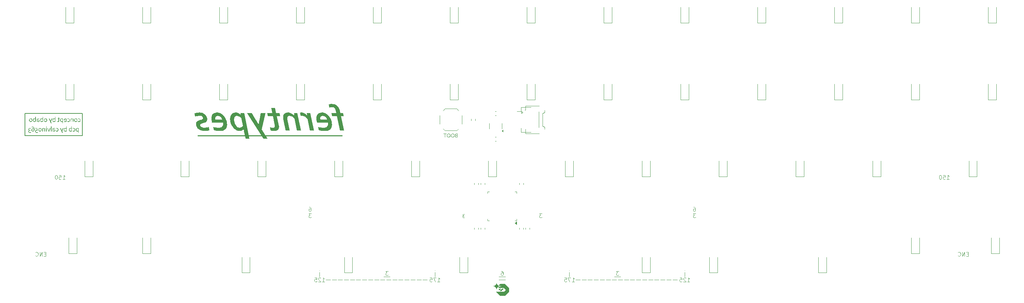
<source format=gbr>
%TF.GenerationSoftware,KiCad,Pcbnew,8.0.3*%
%TF.CreationDate,2024-09-04T21:16:46+02:00*%
%TF.ProjectId,ferntypes,6665726e-7479-4706-9573-2e6b69636164,rev?*%
%TF.SameCoordinates,Original*%
%TF.FileFunction,Legend,Bot*%
%TF.FilePolarity,Positive*%
%FSLAX46Y46*%
G04 Gerber Fmt 4.6, Leading zero omitted, Abs format (unit mm)*
G04 Created by KiCad (PCBNEW 8.0.3) date 2024-09-04 21:16:46*
%MOMM*%
%LPD*%
G01*
G04 APERTURE LIST*
%ADD10C,0.100000*%
%ADD11C,0.250000*%
%ADD12C,0.200000*%
%ADD13C,1.000000*%
%ADD14C,0.120000*%
%ADD15C,0.000000*%
G04 APERTURE END LIST*
D10*
X146843750Y-107156250D02*
X148431250Y-107156250D01*
X165893750Y-107950000D02*
X166993750Y-107950000D01*
X167393750Y-107950000D02*
X168493750Y-107950000D01*
X168893750Y-107950000D02*
X169993750Y-107950000D01*
X170393750Y-107950000D02*
X171493750Y-107950000D01*
X171893750Y-107950000D02*
X172993750Y-107950000D01*
X173393750Y-107950000D02*
X174493750Y-107950000D01*
X174893750Y-107950000D02*
X175993750Y-107950000D01*
X176393750Y-107950000D02*
X177493750Y-107950000D01*
X177893750Y-107950000D02*
X178993750Y-107950000D01*
X179393750Y-107950000D02*
X180493750Y-107950000D01*
X180893750Y-107950000D02*
X181993750Y-107950000D01*
X182393750Y-107950000D02*
X183493750Y-107950000D01*
X183893750Y-107950000D02*
X184993750Y-107950000D01*
X185393750Y-107950000D02*
X186493750Y-107950000D01*
X186893750Y-107950000D02*
X187993750Y-107950000D01*
X188393750Y-107950000D02*
X189493750Y-107950000D01*
X189893750Y-107950000D02*
X190993750Y-107950000D01*
X130968750Y-107156250D02*
X130968750Y-106056250D01*
X130968750Y-105656250D02*
X130968750Y-105656250D01*
X118268750Y-107156250D02*
X119856250Y-107156250D01*
X146843750Y-107950000D02*
X148431250Y-107950000D01*
X175418750Y-107156250D02*
X177006250Y-107156250D01*
X164306250Y-107156250D02*
X164306250Y-106056250D01*
X164306250Y-105656250D02*
X164306250Y-105656250D01*
D11*
X72231250Y-72231250D02*
X107950000Y-72231250D01*
D12*
X29368750Y-66675000D02*
X43656250Y-66675000D01*
X43656250Y-72231250D01*
X29368750Y-72231250D01*
X29368750Y-66675000D01*
D10*
X102393750Y-107156250D02*
X102393750Y-106056250D01*
X102393750Y-105656250D02*
X102393750Y-105656250D01*
X103981250Y-107950000D02*
X105081250Y-107950000D01*
X105481250Y-107950000D02*
X106581250Y-107950000D01*
X106981250Y-107950000D02*
X108081250Y-107950000D01*
X108481250Y-107950000D02*
X109581250Y-107950000D01*
X109981250Y-107950000D02*
X111081250Y-107950000D01*
X111481250Y-107950000D02*
X112581250Y-107950000D01*
X112981250Y-107950000D02*
X114081250Y-107950000D01*
X114481250Y-107950000D02*
X115581250Y-107950000D01*
X115981250Y-107950000D02*
X117081250Y-107950000D01*
X117481250Y-107950000D02*
X118581250Y-107950000D01*
X118981250Y-107950000D02*
X120081250Y-107950000D01*
X120481250Y-107950000D02*
X121581250Y-107950000D01*
X121981250Y-107950000D02*
X123081250Y-107950000D01*
X123481250Y-107950000D02*
X124581250Y-107950000D01*
X124981250Y-107950000D02*
X126081250Y-107950000D01*
X126481250Y-107950000D02*
X127581250Y-107950000D01*
X127981250Y-107950000D02*
X129081250Y-107950000D01*
X192881250Y-107156250D02*
X192881250Y-106056250D01*
X192881250Y-105656250D02*
X192881250Y-105656250D01*
G36*
X42773852Y-67941054D02*
G01*
X42712386Y-67944587D01*
X42660584Y-67953572D01*
X42601647Y-67971518D01*
X42567772Y-67987766D01*
X42567772Y-68097370D01*
X42625860Y-68078479D01*
X42667301Y-68068060D01*
X42727796Y-68059445D01*
X42760113Y-68058291D01*
X42821961Y-68064731D01*
X42858726Y-68074777D01*
X42915851Y-68103232D01*
X42946348Y-68128205D01*
X42984988Y-68177739D01*
X43008630Y-68226818D01*
X43024700Y-68286182D01*
X43031565Y-68351456D01*
X43032138Y-68379165D01*
X43027788Y-68442592D01*
X43014736Y-68500981D01*
X42989405Y-68558855D01*
X42962224Y-68597457D01*
X42914758Y-68639433D01*
X42875212Y-68660960D01*
X42814851Y-68678588D01*
X42754007Y-68683552D01*
X42691444Y-68679617D01*
X42653562Y-68673477D01*
X42594240Y-68658245D01*
X42554644Y-68644474D01*
X42554644Y-68754688D01*
X42593112Y-68771785D01*
X42645014Y-68786745D01*
X42705158Y-68796820D01*
X42766677Y-68800785D01*
X42768661Y-68800789D01*
X42834176Y-68796708D01*
X42896769Y-68784464D01*
X42924672Y-68776059D01*
X42980931Y-68751335D01*
X43034192Y-68714904D01*
X43051373Y-68699428D01*
X43093531Y-68649022D01*
X43124933Y-68592798D01*
X43135026Y-68568758D01*
X43153444Y-68505331D01*
X43162860Y-68439949D01*
X43165251Y-68381302D01*
X43162631Y-68318287D01*
X43153949Y-68256511D01*
X43149375Y-68235977D01*
X43130294Y-68175451D01*
X43105411Y-68122710D01*
X43070721Y-68072048D01*
X43039466Y-68039057D01*
X42989377Y-68000941D01*
X42957034Y-67982881D01*
X42897747Y-67959289D01*
X42865748Y-67951129D01*
X42804821Y-67942245D01*
X42773852Y-67941054D01*
G37*
G36*
X42045739Y-67942544D02*
G01*
X42107484Y-67952033D01*
X42169045Y-67972195D01*
X42195417Y-67984671D01*
X42247327Y-68017961D01*
X42292083Y-68059817D01*
X42313160Y-68085623D01*
X42346489Y-68139363D01*
X42370546Y-68195677D01*
X42385197Y-68246857D01*
X42395045Y-68307219D01*
X42398328Y-68371837D01*
X42396203Y-68424581D01*
X42387833Y-68485372D01*
X42371462Y-68547082D01*
X42360549Y-68575940D01*
X42331162Y-68633017D01*
X42293914Y-68682636D01*
X42274147Y-68702822D01*
X42226090Y-68740520D01*
X42170877Y-68769953D01*
X42133477Y-68783444D01*
X42072798Y-68796453D01*
X42006624Y-68800789D01*
X41968454Y-68799313D01*
X41906895Y-68789918D01*
X41845729Y-68769953D01*
X41823734Y-68759611D01*
X41771433Y-68726998D01*
X41722997Y-68682636D01*
X41701920Y-68656845D01*
X41668591Y-68603210D01*
X41644534Y-68547082D01*
X41631104Y-68501250D01*
X41620034Y-68435934D01*
X41616751Y-68371837D01*
X41749863Y-68371837D01*
X41749882Y-68376440D01*
X41754672Y-68441828D01*
X41769098Y-68504034D01*
X41787194Y-68548192D01*
X41822526Y-68602036D01*
X41849974Y-68629328D01*
X41903736Y-68662792D01*
X41943252Y-68676233D01*
X42006624Y-68683552D01*
X42050805Y-68680126D01*
X42110122Y-68662792D01*
X42146505Y-68642749D01*
X42192248Y-68602036D01*
X42221237Y-68560583D01*
X42245982Y-68504034D01*
X42248311Y-68496684D01*
X42261534Y-68433505D01*
X42265216Y-68371837D01*
X42265141Y-68362553D01*
X42260407Y-68301236D01*
X42245982Y-68239030D01*
X42226289Y-68191454D01*
X42192554Y-68140417D01*
X42165062Y-68112754D01*
X42111038Y-68079051D01*
X42071127Y-68065610D01*
X42007540Y-68058291D01*
X41963358Y-68061717D01*
X41904042Y-68079051D01*
X41867759Y-68099194D01*
X41822526Y-68140417D01*
X41793756Y-68182157D01*
X41769098Y-68239030D01*
X41766768Y-68246347D01*
X41753545Y-68309602D01*
X41749863Y-68371837D01*
X41616751Y-68371837D01*
X41618876Y-68318651D01*
X41627246Y-68257516D01*
X41643618Y-68195677D01*
X41654519Y-68166715D01*
X41683810Y-68109487D01*
X41720860Y-68059817D01*
X41740441Y-68039435D01*
X41788390Y-68001532D01*
X41843897Y-67972195D01*
X41881373Y-67958571D01*
X41941880Y-67945433D01*
X42007540Y-67941054D01*
X42045739Y-67942544D01*
G37*
G36*
X41279085Y-68074472D02*
G01*
X41276338Y-68074472D01*
X41234129Y-68028357D01*
X41227489Y-68022265D01*
X41177587Y-67985613D01*
X41167344Y-67979828D01*
X41109236Y-67955502D01*
X41094682Y-67951434D01*
X41033843Y-67941875D01*
X41007976Y-67941054D01*
X40944723Y-67946543D01*
X40904173Y-67956625D01*
X40848502Y-67983482D01*
X40819909Y-68006694D01*
X40781102Y-68057904D01*
X40763428Y-68096759D01*
X40747628Y-68158659D01*
X40742444Y-68223215D01*
X40742362Y-68233230D01*
X40742362Y-68781250D01*
X40875474Y-68781250D01*
X40875474Y-68256738D01*
X40880236Y-68191113D01*
X40898143Y-68131602D01*
X40915774Y-68104697D01*
X40968933Y-68068487D01*
X41033011Y-68058291D01*
X41095613Y-68066475D01*
X41156337Y-68091027D01*
X41164291Y-68095538D01*
X41216467Y-68133505D01*
X41258847Y-68178388D01*
X41273590Y-68198120D01*
X41273590Y-68781250D01*
X41406702Y-68781250D01*
X41406702Y-67960594D01*
X41304426Y-67960594D01*
X41279085Y-68074472D01*
G37*
G36*
X40151905Y-67941054D02*
G01*
X40090439Y-67944587D01*
X40038637Y-67953572D01*
X39979700Y-67971518D01*
X39945825Y-67987766D01*
X39945825Y-68097370D01*
X40003914Y-68078479D01*
X40045354Y-68068060D01*
X40105849Y-68059445D01*
X40138166Y-68058291D01*
X40200014Y-68064731D01*
X40236779Y-68074777D01*
X40293904Y-68103232D01*
X40324401Y-68128205D01*
X40363041Y-68177739D01*
X40386683Y-68226818D01*
X40402753Y-68286182D01*
X40409618Y-68351456D01*
X40410191Y-68379165D01*
X40405841Y-68442592D01*
X40392789Y-68500981D01*
X40367459Y-68558855D01*
X40340277Y-68597457D01*
X40292811Y-68639433D01*
X40253265Y-68660960D01*
X40192904Y-68678588D01*
X40132060Y-68683552D01*
X40069497Y-68679617D01*
X40031615Y-68673477D01*
X39972293Y-68658245D01*
X39932697Y-68644474D01*
X39932697Y-68754688D01*
X39971165Y-68771785D01*
X40023067Y-68786745D01*
X40083211Y-68796820D01*
X40144730Y-68800785D01*
X40146715Y-68800789D01*
X40212229Y-68796708D01*
X40274822Y-68784464D01*
X40302725Y-68776059D01*
X40358984Y-68751335D01*
X40412245Y-68714904D01*
X40429426Y-68699428D01*
X40471584Y-68649022D01*
X40502986Y-68592798D01*
X40513079Y-68568758D01*
X40531497Y-68505331D01*
X40540913Y-68439949D01*
X40543304Y-68381302D01*
X40540684Y-68318287D01*
X40532002Y-68256511D01*
X40527428Y-68235977D01*
X40508347Y-68175451D01*
X40483464Y-68122710D01*
X40448774Y-68072048D01*
X40417519Y-68039057D01*
X40367430Y-68000941D01*
X40335087Y-67982881D01*
X40275800Y-67959289D01*
X40243801Y-67951129D01*
X40182874Y-67942245D01*
X40151905Y-67941054D01*
G37*
G36*
X39421523Y-67941483D02*
G01*
X39483800Y-67949748D01*
X39543740Y-67968531D01*
X39560293Y-67975835D01*
X39614473Y-68008234D01*
X39662808Y-68051269D01*
X39684403Y-68076612D01*
X39719313Y-68130576D01*
X39745546Y-68188350D01*
X39747443Y-68193512D01*
X39764336Y-68254110D01*
X39773370Y-68315272D01*
X39776381Y-68382218D01*
X39776352Y-68389265D01*
X39772810Y-68456229D01*
X39763364Y-68516813D01*
X39746156Y-68576086D01*
X39736027Y-68600440D01*
X39704178Y-68656854D01*
X39660977Y-68706450D01*
X39643362Y-68721331D01*
X39588331Y-68755859D01*
X39529696Y-68778502D01*
X39490560Y-68788252D01*
X39429351Y-68797655D01*
X39365137Y-68800789D01*
X39351367Y-68800679D01*
X39289307Y-68797256D01*
X39226835Y-68788271D01*
X39177921Y-68776838D01*
X39118757Y-68754688D01*
X39118757Y-68644474D01*
X39166158Y-68659191D01*
X39227445Y-68673477D01*
X39284766Y-68681034D01*
X39348040Y-68683552D01*
X39405696Y-68680332D01*
X39466498Y-68668898D01*
X39508831Y-68653871D01*
X39562363Y-68621576D01*
X39594679Y-68589460D01*
X39626783Y-68537007D01*
X39629629Y-68530393D01*
X39645791Y-68471125D01*
X39650291Y-68410000D01*
X39076626Y-68410000D01*
X39075710Y-68376112D01*
X39075710Y-68358099D01*
X39077738Y-68298099D01*
X39078379Y-68292764D01*
X39209738Y-68292764D01*
X39643269Y-68292764D01*
X39638425Y-68260076D01*
X39619761Y-68201478D01*
X39608195Y-68178305D01*
X39570301Y-68126984D01*
X39552159Y-68110186D01*
X39498555Y-68076914D01*
X39472139Y-68067093D01*
X39409406Y-68058291D01*
X39382871Y-68059716D01*
X39323616Y-68076304D01*
X39307905Y-68084842D01*
X39261334Y-68126068D01*
X39248046Y-68144798D01*
X39222866Y-68200562D01*
X39215392Y-68230741D01*
X39209738Y-68292764D01*
X39078379Y-68292764D01*
X39085727Y-68231589D01*
X39101355Y-68167589D01*
X39107981Y-68148203D01*
X39133535Y-68091521D01*
X39170659Y-68038141D01*
X39218592Y-67994559D01*
X39274462Y-67964562D01*
X39278211Y-67963116D01*
X39340627Y-67946220D01*
X39403300Y-67941054D01*
X39421523Y-67941483D01*
G37*
G36*
X38515895Y-67942141D02*
G01*
X38577454Y-67954793D01*
X38589765Y-67959110D01*
X38646453Y-67986544D01*
X38692248Y-68020738D01*
X38720031Y-68053711D01*
X38722473Y-68053711D01*
X38749951Y-67960594D01*
X38847037Y-67960594D01*
X38847037Y-69172038D01*
X38716367Y-69172038D01*
X38716367Y-68703397D01*
X38713925Y-68703397D01*
X38672011Y-68743455D01*
X38618670Y-68776365D01*
X38556885Y-68795422D01*
X38493496Y-68800789D01*
X38480283Y-68800467D01*
X38419307Y-68791630D01*
X38399710Y-68786497D01*
X38342065Y-68762626D01*
X38318452Y-68748780D01*
X38268182Y-68709503D01*
X38240721Y-68679895D01*
X38206205Y-68627377D01*
X38182239Y-68574101D01*
X38163463Y-68512582D01*
X38157964Y-68487177D01*
X38149557Y-68422637D01*
X38147338Y-68362984D01*
X38280394Y-68362984D01*
X38281188Y-68397752D01*
X38287542Y-68460206D01*
X38302986Y-68521131D01*
X38323110Y-68567254D01*
X38359773Y-68619439D01*
X38379662Y-68637964D01*
X38434877Y-68669508D01*
X38449965Y-68674281D01*
X38512119Y-68683552D01*
X38562959Y-68678994D01*
X38623860Y-68659739D01*
X38667112Y-68635304D01*
X38716367Y-68594098D01*
X38716367Y-68165758D01*
X38685837Y-68131869D01*
X38640041Y-68096454D01*
X38636697Y-68094379D01*
X38580813Y-68068976D01*
X38570337Y-68065898D01*
X38507845Y-68058291D01*
X38471231Y-68060816D01*
X38410148Y-68079662D01*
X38382560Y-68096345D01*
X38338707Y-68140417D01*
X38315925Y-68178093D01*
X38295048Y-68235977D01*
X38294147Y-68239503D01*
X38283614Y-68299800D01*
X38280394Y-68362984D01*
X38147338Y-68362984D01*
X38147281Y-68361457D01*
X38150084Y-68293813D01*
X38158492Y-68232848D01*
X38175980Y-68168505D01*
X38185403Y-68144312D01*
X38214158Y-68088037D01*
X38252001Y-68038141D01*
X38257973Y-68031913D01*
X38306416Y-67992048D01*
X38361299Y-67964257D01*
X38369064Y-67961447D01*
X38428442Y-67946152D01*
X38489832Y-67941054D01*
X38515895Y-67942141D01*
G37*
G36*
X37490879Y-68780944D02*
G01*
X37543391Y-68793767D01*
X37606636Y-68800140D01*
X37627350Y-68800789D01*
X37690970Y-68796308D01*
X37739091Y-68784913D01*
X37794094Y-68758159D01*
X37817554Y-68739423D01*
X37854556Y-68690386D01*
X37864570Y-68667677D01*
X37878345Y-68605416D01*
X37879836Y-68574254D01*
X37879836Y-68077830D01*
X38037067Y-68077830D01*
X38037067Y-67960594D01*
X37879836Y-67960594D01*
X37879836Y-67745660D01*
X37746723Y-67745660D01*
X37746723Y-67960594D01*
X37502786Y-67960594D01*
X37502786Y-68077830D01*
X37746723Y-68077830D01*
X37746723Y-68552577D01*
X37738785Y-68604784D01*
X37712835Y-68646305D01*
X37667650Y-68673783D01*
X37606470Y-68683514D01*
X37601704Y-68683552D01*
X37545528Y-68679278D01*
X37490879Y-68667982D01*
X37490879Y-68780944D01*
G37*
G36*
X36961482Y-68781250D02*
G01*
X36861038Y-68781250D01*
X36832644Y-68690269D01*
X36830202Y-68690269D01*
X36806694Y-68720189D01*
X36762119Y-68757741D01*
X36751168Y-68764396D01*
X36694037Y-68788271D01*
X36665097Y-68795398D01*
X36601835Y-68800789D01*
X36593150Y-68800685D01*
X36529081Y-68793293D01*
X36466891Y-68774228D01*
X36450786Y-68767082D01*
X36398026Y-68735308D01*
X36350875Y-68693017D01*
X36329652Y-68667734D01*
X36295277Y-68613495D01*
X36269359Y-68555020D01*
X36265625Y-68544444D01*
X36249394Y-68482013D01*
X36240963Y-68418996D01*
X36238910Y-68366953D01*
X36371636Y-68366953D01*
X36371651Y-68371311D01*
X36375605Y-68433967D01*
X36387512Y-68495180D01*
X36402682Y-68539889D01*
X36433918Y-68595625D01*
X36459148Y-68624519D01*
X36510549Y-68660655D01*
X36553158Y-68676307D01*
X36616184Y-68683552D01*
X36628526Y-68683277D01*
X36689762Y-68672256D01*
X36693898Y-68670787D01*
X36750212Y-68644168D01*
X36796619Y-68608448D01*
X36828370Y-68573032D01*
X36828370Y-68150187D01*
X36785549Y-68115255D01*
X36730368Y-68083936D01*
X36673276Y-68064702D01*
X36612521Y-68058291D01*
X36592084Y-68059092D01*
X36531004Y-68071113D01*
X36505912Y-68081155D01*
X36454068Y-68117520D01*
X36422959Y-68154840D01*
X36394839Y-68211248D01*
X36384688Y-68243419D01*
X36374378Y-68305302D01*
X36371636Y-68366953D01*
X36238910Y-68366953D01*
X36238524Y-68357183D01*
X36238781Y-68336875D01*
X36243177Y-68275027D01*
X36255010Y-68211553D01*
X36271331Y-68159527D01*
X36298668Y-68102254D01*
X36318569Y-68072364D01*
X36362172Y-68025318D01*
X36384986Y-68007208D01*
X36437276Y-67975553D01*
X36456873Y-67966795D01*
X36516350Y-67948992D01*
X36528707Y-67946705D01*
X36590539Y-67941054D01*
X36604419Y-67941282D01*
X36665360Y-67948378D01*
X36723651Y-67967005D01*
X36778377Y-67997764D01*
X36825928Y-68038751D01*
X36828370Y-68038751D01*
X36828370Y-67530726D01*
X36961482Y-67530726D01*
X36961482Y-68781250D01*
G37*
G36*
X36142048Y-67960594D02*
G01*
X36008935Y-67960594D01*
X35749427Y-68598373D01*
X35743932Y-68598373D01*
X35477707Y-67960594D01*
X35344595Y-67960594D01*
X35857199Y-69172038D01*
X35989396Y-69172038D01*
X35815068Y-68757741D01*
X36142048Y-67960594D01*
G37*
G36*
X34541377Y-67942544D02*
G01*
X34603122Y-67952033D01*
X34664684Y-67972195D01*
X34691056Y-67984671D01*
X34742966Y-68017961D01*
X34787721Y-68059817D01*
X34808798Y-68085623D01*
X34842127Y-68139363D01*
X34866184Y-68195677D01*
X34880835Y-68246857D01*
X34890684Y-68307219D01*
X34893967Y-68371837D01*
X34891842Y-68424581D01*
X34883472Y-68485372D01*
X34867100Y-68547082D01*
X34856188Y-68575940D01*
X34826801Y-68633017D01*
X34789553Y-68682636D01*
X34769786Y-68702822D01*
X34721728Y-68740520D01*
X34666516Y-68769953D01*
X34629116Y-68783444D01*
X34568437Y-68796453D01*
X34502262Y-68800789D01*
X34464093Y-68799313D01*
X34402533Y-68789918D01*
X34341367Y-68769953D01*
X34319373Y-68759611D01*
X34267071Y-68726998D01*
X34218635Y-68682636D01*
X34197558Y-68656845D01*
X34164229Y-68603210D01*
X34140172Y-68547082D01*
X34126742Y-68501250D01*
X34115673Y-68435934D01*
X34112390Y-68371837D01*
X34245502Y-68371837D01*
X34245521Y-68376440D01*
X34250311Y-68441828D01*
X34264736Y-68504034D01*
X34282833Y-68548192D01*
X34318164Y-68602036D01*
X34345613Y-68629328D01*
X34399375Y-68662792D01*
X34438890Y-68676233D01*
X34502262Y-68683552D01*
X34546444Y-68680126D01*
X34605760Y-68662792D01*
X34642144Y-68642749D01*
X34687887Y-68602036D01*
X34716876Y-68560583D01*
X34741620Y-68504034D01*
X34743949Y-68496684D01*
X34757173Y-68433505D01*
X34760854Y-68371837D01*
X34760779Y-68362553D01*
X34756046Y-68301236D01*
X34741620Y-68239030D01*
X34721927Y-68191454D01*
X34688192Y-68140417D01*
X34660701Y-68112754D01*
X34606676Y-68079051D01*
X34566766Y-68065610D01*
X34503178Y-68058291D01*
X34458997Y-68061717D01*
X34399680Y-68079051D01*
X34363398Y-68099194D01*
X34318164Y-68140417D01*
X34289394Y-68182157D01*
X34264736Y-68239030D01*
X34262407Y-68246347D01*
X34249184Y-68309602D01*
X34245502Y-68371837D01*
X34112390Y-68371837D01*
X34114515Y-68318651D01*
X34122884Y-68257516D01*
X34139256Y-68195677D01*
X34150158Y-68166715D01*
X34179448Y-68109487D01*
X34216498Y-68059817D01*
X34236079Y-68039435D01*
X34284028Y-68001532D01*
X34339536Y-67972195D01*
X34377012Y-67958571D01*
X34437519Y-67945433D01*
X34503178Y-67941054D01*
X34541377Y-67942544D01*
G37*
G36*
X33902341Y-68781250D02*
G01*
X33801896Y-68781250D01*
X33773503Y-68690269D01*
X33771060Y-68690269D01*
X33747552Y-68720189D01*
X33702978Y-68757741D01*
X33692026Y-68764396D01*
X33634895Y-68788271D01*
X33605955Y-68795398D01*
X33542693Y-68800789D01*
X33534009Y-68800685D01*
X33469940Y-68793293D01*
X33407749Y-68774228D01*
X33391644Y-68767082D01*
X33338884Y-68735308D01*
X33291734Y-68693017D01*
X33270511Y-68667734D01*
X33236135Y-68613495D01*
X33210218Y-68555020D01*
X33206484Y-68544444D01*
X33190253Y-68482013D01*
X33181821Y-68418996D01*
X33179768Y-68366953D01*
X33312494Y-68366953D01*
X33312510Y-68371311D01*
X33316463Y-68433967D01*
X33328370Y-68495180D01*
X33343540Y-68539889D01*
X33374776Y-68595625D01*
X33400007Y-68624519D01*
X33451407Y-68660655D01*
X33494016Y-68676307D01*
X33557042Y-68683552D01*
X33569384Y-68683277D01*
X33630621Y-68672256D01*
X33634757Y-68670787D01*
X33691071Y-68644168D01*
X33737477Y-68608448D01*
X33769228Y-68573032D01*
X33769228Y-68150187D01*
X33726407Y-68115255D01*
X33671226Y-68083936D01*
X33614134Y-68064702D01*
X33553379Y-68058291D01*
X33532943Y-68059092D01*
X33471863Y-68071113D01*
X33446771Y-68081155D01*
X33394926Y-68117520D01*
X33363818Y-68154840D01*
X33335697Y-68211248D01*
X33325546Y-68243419D01*
X33315236Y-68305302D01*
X33312494Y-68366953D01*
X33179768Y-68366953D01*
X33179382Y-68357183D01*
X33179640Y-68336875D01*
X33184035Y-68275027D01*
X33195868Y-68211553D01*
X33212189Y-68159527D01*
X33239527Y-68102254D01*
X33259428Y-68072364D01*
X33303030Y-68025318D01*
X33325844Y-68007208D01*
X33378135Y-67975553D01*
X33397731Y-67966795D01*
X33457208Y-67948992D01*
X33469565Y-67946705D01*
X33531397Y-67941054D01*
X33545277Y-67941282D01*
X33606218Y-67948378D01*
X33664509Y-67967005D01*
X33719235Y-67997764D01*
X33766786Y-68038751D01*
X33769228Y-68038751D01*
X33769228Y-67530726D01*
X33902341Y-67530726D01*
X33902341Y-68781250D01*
G37*
G36*
X32709217Y-67941084D02*
G01*
X32771496Y-67944412D01*
X32775759Y-67944844D01*
X32836831Y-67954182D01*
X32895755Y-67969142D01*
X32943993Y-67988071D01*
X32943993Y-68097370D01*
X32896651Y-68082860D01*
X32835610Y-68068671D01*
X32782766Y-68061220D01*
X32718984Y-68058291D01*
X32713809Y-68058317D01*
X32648426Y-68064127D01*
X32586788Y-68084852D01*
X32556343Y-68104563D01*
X32515652Y-68151408D01*
X32500997Y-68195983D01*
X32496723Y-68253990D01*
X32496723Y-68310166D01*
X32500082Y-68310166D01*
X32537073Y-68298569D01*
X32598389Y-68284521D01*
X32655786Y-68276506D01*
X32718068Y-68273224D01*
X32779566Y-68277249D01*
X32842937Y-68291543D01*
X32885960Y-68308798D01*
X32939413Y-68343444D01*
X32969184Y-68373200D01*
X33002001Y-68425571D01*
X33017998Y-68473965D01*
X33024288Y-68535785D01*
X33020489Y-68587828D01*
X33004443Y-68647527D01*
X32987098Y-68682474D01*
X32948267Y-68731180D01*
X32919087Y-68754507D01*
X32861866Y-68783081D01*
X32812493Y-68795791D01*
X32751346Y-68800789D01*
X32729536Y-68800255D01*
X32667999Y-68792240D01*
X32653455Y-68788777D01*
X32595642Y-68767816D01*
X32589472Y-68764802D01*
X32537023Y-68731790D01*
X32495197Y-68691185D01*
X32491838Y-68691185D01*
X32476878Y-68781250D01*
X32363611Y-68781250D01*
X32363611Y-68420075D01*
X32496723Y-68420075D01*
X32496723Y-68581581D01*
X32527559Y-68608142D01*
X32578239Y-68642031D01*
X32589749Y-68648178D01*
X32646322Y-68671340D01*
X32668296Y-68677244D01*
X32729059Y-68683552D01*
X32731173Y-68683544D01*
X32792868Y-68674699D01*
X32844464Y-68647527D01*
X32878658Y-68601120D01*
X32880174Y-68597574D01*
X32891175Y-68535785D01*
X32880241Y-68474905D01*
X32841411Y-68426181D01*
X32828302Y-68417809D01*
X32768607Y-68396356D01*
X32703414Y-68390461D01*
X32650161Y-68392899D01*
X32587704Y-68400841D01*
X32559153Y-68406066D01*
X32496723Y-68420075D01*
X32363611Y-68420075D01*
X32363611Y-68234756D01*
X32363702Y-68225005D01*
X32369412Y-68162094D01*
X32369762Y-68160020D01*
X32387730Y-68101338D01*
X32404823Y-68071041D01*
X32447884Y-68021983D01*
X32500692Y-67985018D01*
X32510677Y-67979694D01*
X32571901Y-67956553D01*
X32636825Y-67944532D01*
X32702803Y-67941054D01*
X32709217Y-67941084D01*
G37*
G36*
X32109598Y-68781250D02*
G01*
X32009153Y-68781250D01*
X31980760Y-68690269D01*
X31978318Y-68690269D01*
X31954809Y-68720189D01*
X31910235Y-68757741D01*
X31899284Y-68764396D01*
X31842152Y-68788271D01*
X31813213Y-68795398D01*
X31749951Y-68800789D01*
X31741266Y-68800685D01*
X31677197Y-68793293D01*
X31615007Y-68774228D01*
X31598902Y-68767082D01*
X31546142Y-68735308D01*
X31498991Y-68693017D01*
X31477768Y-68667734D01*
X31443393Y-68613495D01*
X31417475Y-68555020D01*
X31413741Y-68544444D01*
X31397510Y-68482013D01*
X31389079Y-68418996D01*
X31387025Y-68366953D01*
X31519752Y-68366953D01*
X31519767Y-68371311D01*
X31523721Y-68433967D01*
X31535628Y-68495180D01*
X31550798Y-68539889D01*
X31582034Y-68595625D01*
X31607264Y-68624519D01*
X31658665Y-68660655D01*
X31701274Y-68676307D01*
X31764300Y-68683552D01*
X31776642Y-68683277D01*
X31837878Y-68672256D01*
X31842014Y-68670787D01*
X31898328Y-68644168D01*
X31944734Y-68608448D01*
X31976486Y-68573032D01*
X31976486Y-68150187D01*
X31933664Y-68115255D01*
X31878484Y-68083936D01*
X31821392Y-68064702D01*
X31760636Y-68058291D01*
X31740200Y-68059092D01*
X31679120Y-68071113D01*
X31654028Y-68081155D01*
X31602184Y-68117520D01*
X31571075Y-68154840D01*
X31542955Y-68211248D01*
X31532804Y-68243419D01*
X31522494Y-68305302D01*
X31519752Y-68366953D01*
X31387025Y-68366953D01*
X31386639Y-68357183D01*
X31386897Y-68336875D01*
X31391292Y-68275027D01*
X31403126Y-68211553D01*
X31419446Y-68159527D01*
X31446784Y-68102254D01*
X31466685Y-68072364D01*
X31510287Y-68025318D01*
X31533102Y-68007208D01*
X31585392Y-67975553D01*
X31604989Y-67966795D01*
X31664466Y-67948992D01*
X31676822Y-67946705D01*
X31738654Y-67941054D01*
X31752534Y-67941282D01*
X31813476Y-67948378D01*
X31871767Y-67967005D01*
X31926493Y-67997764D01*
X31974044Y-68038751D01*
X31976486Y-68038751D01*
X31976486Y-67530726D01*
X32109598Y-67530726D01*
X32109598Y-68781250D01*
G37*
G36*
X30878956Y-67942544D02*
G01*
X30940701Y-67952033D01*
X31002262Y-67972195D01*
X31028634Y-67984671D01*
X31080544Y-68017961D01*
X31125300Y-68059817D01*
X31146377Y-68085623D01*
X31179706Y-68139363D01*
X31203763Y-68195677D01*
X31218414Y-68246857D01*
X31228262Y-68307219D01*
X31231545Y-68371837D01*
X31229420Y-68424581D01*
X31221050Y-68485372D01*
X31204679Y-68547082D01*
X31193766Y-68575940D01*
X31164379Y-68633017D01*
X31127131Y-68682636D01*
X31107364Y-68702822D01*
X31059307Y-68740520D01*
X31004094Y-68769953D01*
X30966694Y-68783444D01*
X30906015Y-68796453D01*
X30839841Y-68800789D01*
X30801671Y-68799313D01*
X30740112Y-68789918D01*
X30678946Y-68769953D01*
X30656951Y-68759611D01*
X30604650Y-68726998D01*
X30556214Y-68682636D01*
X30535137Y-68656845D01*
X30501808Y-68603210D01*
X30477751Y-68547082D01*
X30464321Y-68501250D01*
X30453251Y-68435934D01*
X30449968Y-68371837D01*
X30583081Y-68371837D01*
X30583099Y-68376440D01*
X30587889Y-68441828D01*
X30602315Y-68504034D01*
X30620411Y-68548192D01*
X30655743Y-68602036D01*
X30683191Y-68629328D01*
X30736954Y-68662792D01*
X30776469Y-68676233D01*
X30839841Y-68683552D01*
X30884022Y-68680126D01*
X30943339Y-68662792D01*
X30979722Y-68642749D01*
X31025465Y-68602036D01*
X31054454Y-68560583D01*
X31079199Y-68504034D01*
X31081528Y-68496684D01*
X31094751Y-68433505D01*
X31098433Y-68371837D01*
X31098358Y-68362553D01*
X31093624Y-68301236D01*
X31079199Y-68239030D01*
X31059506Y-68191454D01*
X31025771Y-68140417D01*
X30998279Y-68112754D01*
X30944255Y-68079051D01*
X30904344Y-68065610D01*
X30840757Y-68058291D01*
X30796575Y-68061717D01*
X30737259Y-68079051D01*
X30700976Y-68099194D01*
X30655743Y-68140417D01*
X30626973Y-68182157D01*
X30602315Y-68239030D01*
X30599986Y-68246347D01*
X30586762Y-68309602D01*
X30583081Y-68371837D01*
X30449968Y-68371837D01*
X30452093Y-68318651D01*
X30460463Y-68257516D01*
X30476835Y-68195677D01*
X30487736Y-68166715D01*
X30517027Y-68109487D01*
X30554077Y-68059817D01*
X30573658Y-68039435D01*
X30621607Y-68001532D01*
X30677114Y-67972195D01*
X30714590Y-67958571D01*
X30775097Y-67945433D01*
X30840757Y-67941054D01*
X30878956Y-67942544D01*
G37*
X257841666Y-83007419D02*
X258413094Y-83007419D01*
X258127380Y-83007419D02*
X258127380Y-82007419D01*
X258127380Y-82007419D02*
X258222618Y-82150276D01*
X258222618Y-82150276D02*
X258317856Y-82245514D01*
X258317856Y-82245514D02*
X258413094Y-82293133D01*
X256936904Y-82007419D02*
X257413094Y-82007419D01*
X257413094Y-82007419D02*
X257460713Y-82483609D01*
X257460713Y-82483609D02*
X257413094Y-82435990D01*
X257413094Y-82435990D02*
X257317856Y-82388371D01*
X257317856Y-82388371D02*
X257079761Y-82388371D01*
X257079761Y-82388371D02*
X256984523Y-82435990D01*
X256984523Y-82435990D02*
X256936904Y-82483609D01*
X256936904Y-82483609D02*
X256889285Y-82578847D01*
X256889285Y-82578847D02*
X256889285Y-82816942D01*
X256889285Y-82816942D02*
X256936904Y-82912180D01*
X256936904Y-82912180D02*
X256984523Y-82959800D01*
X256984523Y-82959800D02*
X257079761Y-83007419D01*
X257079761Y-83007419D02*
X257317856Y-83007419D01*
X257317856Y-83007419D02*
X257413094Y-82959800D01*
X257413094Y-82959800D02*
X257460713Y-82912180D01*
X256270237Y-82007419D02*
X256174999Y-82007419D01*
X256174999Y-82007419D02*
X256079761Y-82055038D01*
X256079761Y-82055038D02*
X256032142Y-82102657D01*
X256032142Y-82102657D02*
X255984523Y-82197895D01*
X255984523Y-82197895D02*
X255936904Y-82388371D01*
X255936904Y-82388371D02*
X255936904Y-82626466D01*
X255936904Y-82626466D02*
X255984523Y-82816942D01*
X255984523Y-82816942D02*
X256032142Y-82912180D01*
X256032142Y-82912180D02*
X256079761Y-82959800D01*
X256079761Y-82959800D02*
X256174999Y-83007419D01*
X256174999Y-83007419D02*
X256270237Y-83007419D01*
X256270237Y-83007419D02*
X256365475Y-82959800D01*
X256365475Y-82959800D02*
X256413094Y-82912180D01*
X256413094Y-82912180D02*
X256460713Y-82816942D01*
X256460713Y-82816942D02*
X256508332Y-82626466D01*
X256508332Y-82626466D02*
X256508332Y-82388371D01*
X256508332Y-82388371D02*
X256460713Y-82197895D01*
X256460713Y-82197895D02*
X256413094Y-82102657D01*
X256413094Y-82102657D02*
X256365475Y-82055038D01*
X256365475Y-82055038D02*
X256270237Y-82007419D01*
G36*
X136636453Y-72646250D02*
G01*
X136399049Y-72646250D01*
X136381894Y-72646166D01*
X136330413Y-72644733D01*
X136279125Y-72640876D01*
X136236997Y-72634418D01*
X136187779Y-72621581D01*
X136141496Y-72602665D01*
X136098386Y-72575908D01*
X136071313Y-72552240D01*
X136040012Y-72514603D01*
X136027361Y-72493651D01*
X136008260Y-72446215D01*
X136003986Y-72428828D01*
X135998706Y-72381002D01*
X136104980Y-72381002D01*
X136111086Y-72426919D01*
X136130870Y-72469662D01*
X136131733Y-72470910D01*
X136167018Y-72506298D01*
X136177328Y-72513272D01*
X136221973Y-72533409D01*
X136243930Y-72539520D01*
X136294024Y-72547820D01*
X136335194Y-72551151D01*
X136385615Y-72552460D01*
X136524589Y-72552460D01*
X136524589Y-72224198D01*
X136344827Y-72224198D01*
X136327827Y-72224303D01*
X136277416Y-72226396D01*
X136229056Y-72233479D01*
X136216270Y-72236550D01*
X136170193Y-72255217D01*
X136132091Y-72288189D01*
X136111331Y-72330443D01*
X136110940Y-72331927D01*
X136104980Y-72381002D01*
X135998706Y-72381002D01*
X135998490Y-72379048D01*
X135999731Y-72349166D01*
X136008993Y-72298692D01*
X136015787Y-72279563D01*
X136042454Y-72237875D01*
X136057877Y-72222753D01*
X136099363Y-72195866D01*
X136128398Y-72184105D01*
X136176055Y-72173151D01*
X136176055Y-72170709D01*
X136152236Y-72161340D01*
X136108400Y-72136026D01*
X136096709Y-72126579D01*
X136062970Y-72088643D01*
X136055744Y-72076869D01*
X136037569Y-72031002D01*
X136034150Y-72015095D01*
X136030186Y-71970430D01*
X136136243Y-71970430D01*
X136141012Y-72013499D01*
X136161156Y-72061044D01*
X136195898Y-72096065D01*
X136240291Y-72117464D01*
X136285720Y-72127233D01*
X136295489Y-72128313D01*
X136345559Y-72130409D01*
X136524589Y-72130409D01*
X136524589Y-71817778D01*
X136392454Y-71817778D01*
X136357489Y-71818259D01*
X136307458Y-71821197D01*
X136292052Y-71822808D01*
X136243710Y-71832188D01*
X136200854Y-71850087D01*
X136162377Y-71882991D01*
X136142777Y-71921825D01*
X136136243Y-71970430D01*
X136030186Y-71970430D01*
X136029753Y-71965545D01*
X136031677Y-71934564D01*
X136043431Y-71886898D01*
X136054052Y-71862941D01*
X136082021Y-71822174D01*
X136102252Y-71801875D01*
X136142838Y-71773081D01*
X136175583Y-71756766D01*
X136222217Y-71740597D01*
X136257632Y-71733514D01*
X136298421Y-71728385D01*
X136346292Y-71725210D01*
X136354602Y-71724858D01*
X136404422Y-71723989D01*
X136636453Y-71723989D01*
X136636453Y-72646250D01*
G37*
G36*
X135439106Y-71709222D02*
G01*
X135491154Y-71715136D01*
X135540188Y-71726653D01*
X135586208Y-71743772D01*
X135596009Y-71748308D01*
X135642262Y-71774249D01*
X135683936Y-71805629D01*
X135721031Y-71842446D01*
X135734502Y-71858585D01*
X135764775Y-71902306D01*
X135787860Y-71945774D01*
X135807004Y-71993144D01*
X135818805Y-72032252D01*
X135829719Y-72085040D01*
X135835397Y-72134332D01*
X135837290Y-72185852D01*
X135836260Y-72224369D01*
X135831680Y-72273881D01*
X135822149Y-72327065D01*
X135807981Y-72377582D01*
X135802258Y-72393721D01*
X135782358Y-72439612D01*
X135755444Y-72486162D01*
X135723473Y-72528036D01*
X135716448Y-72535805D01*
X135678490Y-72571416D01*
X135635810Y-72601636D01*
X135588407Y-72626466D01*
X135557709Y-72638501D01*
X135508862Y-72651886D01*
X135456653Y-72659668D01*
X135407423Y-72661881D01*
X135383353Y-72661328D01*
X135331346Y-72656036D01*
X135282314Y-72645142D01*
X135231324Y-72626466D01*
X135221552Y-72621931D01*
X135175384Y-72596023D01*
X135133701Y-72564725D01*
X135096502Y-72528036D01*
X135082923Y-72511847D01*
X135052517Y-72468103D01*
X135029475Y-72424736D01*
X135010528Y-72377582D01*
X134998822Y-72338521D01*
X134987997Y-72285930D01*
X134982364Y-72236944D01*
X134980486Y-72185852D01*
X135086976Y-72185852D01*
X135087072Y-72197518D01*
X135089891Y-72247845D01*
X135097600Y-72299594D01*
X135111645Y-72351448D01*
X135125154Y-72385765D01*
X135149827Y-72431743D01*
X135179788Y-72471127D01*
X135196615Y-72488338D01*
X135236668Y-72519913D01*
X135281638Y-72543668D01*
X135307525Y-72553184D01*
X135358021Y-72564657D01*
X135407423Y-72568092D01*
X135436982Y-72566923D01*
X135485479Y-72559481D01*
X135534917Y-72543668D01*
X135556450Y-72533675D01*
X135599392Y-72506311D01*
X135637255Y-72471127D01*
X135660261Y-72442207D01*
X135686427Y-72397877D01*
X135705887Y-72351448D01*
X135710340Y-72337833D01*
X135722018Y-72289595D01*
X135728830Y-72236968D01*
X135730800Y-72185852D01*
X135730704Y-72174155D01*
X135727885Y-72123691D01*
X135720176Y-72071789D01*
X135706132Y-72019767D01*
X135692622Y-71985344D01*
X135667950Y-71939262D01*
X135637988Y-71899843D01*
X135621144Y-71882624D01*
X135580936Y-71850972D01*
X135535650Y-71827059D01*
X135509382Y-71817352D01*
X135458427Y-71805650D01*
X135408888Y-71802146D01*
X135383827Y-71803022D01*
X135331647Y-71810929D01*
X135282370Y-71827059D01*
X135260755Y-71837134D01*
X135217692Y-71864619D01*
X135179788Y-71899843D01*
X135156821Y-71928783D01*
X135130826Y-71973199D01*
X135111645Y-72019767D01*
X135107236Y-72033428D01*
X135095673Y-72081819D01*
X135088927Y-72134598D01*
X135086976Y-72185852D01*
X134980486Y-72185852D01*
X134981517Y-72147003D01*
X134986096Y-72097154D01*
X134995627Y-72043739D01*
X135009795Y-71993144D01*
X135015520Y-71976920D01*
X135035452Y-71930851D01*
X135062448Y-71884239D01*
X135094548Y-71842446D01*
X135101542Y-71834648D01*
X135139347Y-71798918D01*
X135181875Y-71768626D01*
X135229125Y-71743772D01*
X135259631Y-71731737D01*
X135308158Y-71718352D01*
X135360009Y-71710570D01*
X135408888Y-71708357D01*
X135439106Y-71709222D01*
G37*
G36*
X134417194Y-71709222D02*
G01*
X134469242Y-71715136D01*
X134518276Y-71726653D01*
X134564296Y-71743772D01*
X134574097Y-71748308D01*
X134620350Y-71774249D01*
X134662024Y-71805629D01*
X134699118Y-71842446D01*
X134712590Y-71858585D01*
X134742863Y-71902306D01*
X134765948Y-71945774D01*
X134785092Y-71993144D01*
X134796893Y-72032252D01*
X134807807Y-72085040D01*
X134813485Y-72134332D01*
X134815378Y-72185852D01*
X134814348Y-72224369D01*
X134809768Y-72273881D01*
X134800237Y-72327065D01*
X134786069Y-72377582D01*
X134780346Y-72393721D01*
X134760446Y-72439612D01*
X134733532Y-72486162D01*
X134701561Y-72528036D01*
X134694536Y-72535805D01*
X134656578Y-72571416D01*
X134613898Y-72601636D01*
X134566495Y-72626466D01*
X134535797Y-72638501D01*
X134486950Y-72651886D01*
X134434741Y-72659668D01*
X134385511Y-72661881D01*
X134361441Y-72661328D01*
X134309434Y-72656036D01*
X134260402Y-72645142D01*
X134209412Y-72626466D01*
X134199640Y-72621931D01*
X134153472Y-72596023D01*
X134111789Y-72564725D01*
X134074589Y-72528036D01*
X134061011Y-72511847D01*
X134030605Y-72468103D01*
X134007562Y-72424736D01*
X133988616Y-72377582D01*
X133976910Y-72338521D01*
X133966085Y-72285930D01*
X133960452Y-72236944D01*
X133958574Y-72185852D01*
X134065064Y-72185852D01*
X134065160Y-72197518D01*
X134067979Y-72247845D01*
X134075688Y-72299594D01*
X134089733Y-72351448D01*
X134103242Y-72385765D01*
X134127915Y-72431743D01*
X134157876Y-72471127D01*
X134174703Y-72488338D01*
X134214756Y-72519913D01*
X134259726Y-72543668D01*
X134285613Y-72553184D01*
X134336109Y-72564657D01*
X134385511Y-72568092D01*
X134415070Y-72566923D01*
X134463567Y-72559481D01*
X134513005Y-72543668D01*
X134534538Y-72533675D01*
X134577480Y-72506311D01*
X134615343Y-72471127D01*
X134638349Y-72442207D01*
X134664515Y-72397877D01*
X134683975Y-72351448D01*
X134688428Y-72337833D01*
X134700105Y-72289595D01*
X134706918Y-72236968D01*
X134708888Y-72185852D01*
X134708792Y-72174155D01*
X134705973Y-72123691D01*
X134698264Y-72071789D01*
X134684220Y-72019767D01*
X134670710Y-71985344D01*
X134646038Y-71939262D01*
X134616076Y-71899843D01*
X134599232Y-71882624D01*
X134559024Y-71850972D01*
X134513738Y-71827059D01*
X134487470Y-71817352D01*
X134436515Y-71805650D01*
X134386976Y-71802146D01*
X134361914Y-71803022D01*
X134309735Y-71810929D01*
X134260458Y-71827059D01*
X134238843Y-71837134D01*
X134195780Y-71864619D01*
X134157876Y-71899843D01*
X134134909Y-71928783D01*
X134108914Y-71973199D01*
X134089733Y-72019767D01*
X134085324Y-72033428D01*
X134073761Y-72081819D01*
X134067015Y-72134598D01*
X134065064Y-72185852D01*
X133958574Y-72185852D01*
X133959605Y-72147003D01*
X133964184Y-72097154D01*
X133973715Y-72043739D01*
X133987883Y-71993144D01*
X133993608Y-71976920D01*
X134013540Y-71930851D01*
X134040536Y-71884239D01*
X134072636Y-71842446D01*
X134079630Y-71834648D01*
X134117435Y-71798918D01*
X134159963Y-71768626D01*
X134207213Y-71743772D01*
X134237719Y-71731737D01*
X134286246Y-71718352D01*
X134338097Y-71710570D01*
X134386976Y-71708357D01*
X134417194Y-71709222D01*
G37*
G36*
X133465692Y-72646250D02*
G01*
X133577555Y-72646250D01*
X133577555Y-71817778D01*
X133884569Y-71817778D01*
X133884569Y-71723989D01*
X133158679Y-71723989D01*
X133158679Y-71817778D01*
X133465692Y-71817778D01*
X133465692Y-72646250D01*
G37*
X195595832Y-91532419D02*
X194976785Y-91532419D01*
X194976785Y-91532419D02*
X195310118Y-91913371D01*
X195310118Y-91913371D02*
X195167261Y-91913371D01*
X195167261Y-91913371D02*
X195072023Y-91960990D01*
X195072023Y-91960990D02*
X195024404Y-92008609D01*
X195024404Y-92008609D02*
X194976785Y-92103847D01*
X194976785Y-92103847D02*
X194976785Y-92341942D01*
X194976785Y-92341942D02*
X195024404Y-92437180D01*
X195024404Y-92437180D02*
X195072023Y-92484800D01*
X195072023Y-92484800D02*
X195167261Y-92532419D01*
X195167261Y-92532419D02*
X195452975Y-92532419D01*
X195452975Y-92532419D02*
X195548213Y-92484800D01*
X195548213Y-92484800D02*
X195595832Y-92437180D01*
X100345832Y-91532419D02*
X99726785Y-91532419D01*
X99726785Y-91532419D02*
X100060118Y-91913371D01*
X100060118Y-91913371D02*
X99917261Y-91913371D01*
X99917261Y-91913371D02*
X99822023Y-91960990D01*
X99822023Y-91960990D02*
X99774404Y-92008609D01*
X99774404Y-92008609D02*
X99726785Y-92103847D01*
X99726785Y-92103847D02*
X99726785Y-92341942D01*
X99726785Y-92341942D02*
X99774404Y-92437180D01*
X99774404Y-92437180D02*
X99822023Y-92484800D01*
X99822023Y-92484800D02*
X99917261Y-92532419D01*
X99917261Y-92532419D02*
X100202975Y-92532419D01*
X100202975Y-92532419D02*
X100298213Y-92484800D01*
X100298213Y-92484800D02*
X100345832Y-92437180D01*
X38766666Y-83007419D02*
X39338094Y-83007419D01*
X39052380Y-83007419D02*
X39052380Y-82007419D01*
X39052380Y-82007419D02*
X39147618Y-82150276D01*
X39147618Y-82150276D02*
X39242856Y-82245514D01*
X39242856Y-82245514D02*
X39338094Y-82293133D01*
X37861904Y-82007419D02*
X38338094Y-82007419D01*
X38338094Y-82007419D02*
X38385713Y-82483609D01*
X38385713Y-82483609D02*
X38338094Y-82435990D01*
X38338094Y-82435990D02*
X38242856Y-82388371D01*
X38242856Y-82388371D02*
X38004761Y-82388371D01*
X38004761Y-82388371D02*
X37909523Y-82435990D01*
X37909523Y-82435990D02*
X37861904Y-82483609D01*
X37861904Y-82483609D02*
X37814285Y-82578847D01*
X37814285Y-82578847D02*
X37814285Y-82816942D01*
X37814285Y-82816942D02*
X37861904Y-82912180D01*
X37861904Y-82912180D02*
X37909523Y-82959800D01*
X37909523Y-82959800D02*
X38004761Y-83007419D01*
X38004761Y-83007419D02*
X38242856Y-83007419D01*
X38242856Y-83007419D02*
X38338094Y-82959800D01*
X38338094Y-82959800D02*
X38385713Y-82912180D01*
X37195237Y-82007419D02*
X37099999Y-82007419D01*
X37099999Y-82007419D02*
X37004761Y-82055038D01*
X37004761Y-82055038D02*
X36957142Y-82102657D01*
X36957142Y-82102657D02*
X36909523Y-82197895D01*
X36909523Y-82197895D02*
X36861904Y-82388371D01*
X36861904Y-82388371D02*
X36861904Y-82626466D01*
X36861904Y-82626466D02*
X36909523Y-82816942D01*
X36909523Y-82816942D02*
X36957142Y-82912180D01*
X36957142Y-82912180D02*
X37004761Y-82959800D01*
X37004761Y-82959800D02*
X37099999Y-83007419D01*
X37099999Y-83007419D02*
X37195237Y-83007419D01*
X37195237Y-83007419D02*
X37290475Y-82959800D01*
X37290475Y-82959800D02*
X37338094Y-82912180D01*
X37338094Y-82912180D02*
X37385713Y-82816942D01*
X37385713Y-82816942D02*
X37433332Y-82626466D01*
X37433332Y-82626466D02*
X37433332Y-82388371D01*
X37433332Y-82388371D02*
X37385713Y-82197895D01*
X37385713Y-82197895D02*
X37338094Y-82102657D01*
X37338094Y-82102657D02*
X37290475Y-82055038D01*
X37290475Y-82055038D02*
X37195237Y-82007419D01*
X99822023Y-89944919D02*
X100012499Y-89944919D01*
X100012499Y-89944919D02*
X100107737Y-89992538D01*
X100107737Y-89992538D02*
X100155356Y-90040157D01*
X100155356Y-90040157D02*
X100250594Y-90183014D01*
X100250594Y-90183014D02*
X100298213Y-90373490D01*
X100298213Y-90373490D02*
X100298213Y-90754442D01*
X100298213Y-90754442D02*
X100250594Y-90849680D01*
X100250594Y-90849680D02*
X100202975Y-90897300D01*
X100202975Y-90897300D02*
X100107737Y-90944919D01*
X100107737Y-90944919D02*
X99917261Y-90944919D01*
X99917261Y-90944919D02*
X99822023Y-90897300D01*
X99822023Y-90897300D02*
X99774404Y-90849680D01*
X99774404Y-90849680D02*
X99726785Y-90754442D01*
X99726785Y-90754442D02*
X99726785Y-90516347D01*
X99726785Y-90516347D02*
X99774404Y-90421109D01*
X99774404Y-90421109D02*
X99822023Y-90373490D01*
X99822023Y-90373490D02*
X99917261Y-90325871D01*
X99917261Y-90325871D02*
X100107737Y-90325871D01*
X100107737Y-90325871D02*
X100202975Y-90373490D01*
X100202975Y-90373490D02*
X100250594Y-90421109D01*
X100250594Y-90421109D02*
X100298213Y-90516347D01*
X193547916Y-108407419D02*
X194119344Y-108407419D01*
X193833630Y-108407419D02*
X193833630Y-107407419D01*
X193833630Y-107407419D02*
X193928868Y-107550276D01*
X193928868Y-107550276D02*
X194024106Y-107645514D01*
X194024106Y-107645514D02*
X194119344Y-107693133D01*
X193166963Y-107502657D02*
X193119344Y-107455038D01*
X193119344Y-107455038D02*
X193024106Y-107407419D01*
X193024106Y-107407419D02*
X192786011Y-107407419D01*
X192786011Y-107407419D02*
X192690773Y-107455038D01*
X192690773Y-107455038D02*
X192643154Y-107502657D01*
X192643154Y-107502657D02*
X192595535Y-107597895D01*
X192595535Y-107597895D02*
X192595535Y-107693133D01*
X192595535Y-107693133D02*
X192643154Y-107835990D01*
X192643154Y-107835990D02*
X193214582Y-108407419D01*
X193214582Y-108407419D02*
X192595535Y-108407419D01*
X191690773Y-107407419D02*
X192166963Y-107407419D01*
X192166963Y-107407419D02*
X192214582Y-107883609D01*
X192214582Y-107883609D02*
X192166963Y-107835990D01*
X192166963Y-107835990D02*
X192071725Y-107788371D01*
X192071725Y-107788371D02*
X191833630Y-107788371D01*
X191833630Y-107788371D02*
X191738392Y-107835990D01*
X191738392Y-107835990D02*
X191690773Y-107883609D01*
X191690773Y-107883609D02*
X191643154Y-107978847D01*
X191643154Y-107978847D02*
X191643154Y-108216942D01*
X191643154Y-108216942D02*
X191690773Y-108312180D01*
X191690773Y-108312180D02*
X191738392Y-108359800D01*
X191738392Y-108359800D02*
X191833630Y-108407419D01*
X191833630Y-108407419D02*
X192071725Y-108407419D01*
X192071725Y-108407419D02*
X192166963Y-108359800D01*
X192166963Y-108359800D02*
X192214582Y-108312180D01*
G36*
X138058276Y-92113861D02*
G01*
X138009738Y-92123758D01*
X137988667Y-92131691D01*
X137946352Y-92157057D01*
X137929560Y-92172479D01*
X137899472Y-92212465D01*
X137886818Y-92237692D01*
X137872993Y-92285434D01*
X137869721Y-92328551D01*
X137873107Y-92377459D01*
X137884327Y-92425891D01*
X137890237Y-92442123D01*
X137913536Y-92486652D01*
X137945421Y-92524527D01*
X137950321Y-92529074D01*
X137992084Y-92559084D01*
X138039489Y-92580509D01*
X138050705Y-92584273D01*
X138098962Y-92596180D01*
X138147844Y-92602267D01*
X138191144Y-92603812D01*
X138242224Y-92601666D01*
X138291050Y-92595226D01*
X138297390Y-92594043D01*
X138344956Y-92581953D01*
X138387027Y-92565222D01*
X138387027Y-92478760D01*
X138337812Y-92493048D01*
X138289330Y-92502696D01*
X138239792Y-92508413D01*
X138198716Y-92510023D01*
X138147338Y-92507125D01*
X138098352Y-92496714D01*
X138092959Y-92494880D01*
X138048433Y-92473657D01*
X138024815Y-92455068D01*
X137995169Y-92415570D01*
X137987690Y-92397916D01*
X137977119Y-92349705D01*
X137976211Y-92330016D01*
X137981935Y-92280419D01*
X138003917Y-92233432D01*
X138034829Y-92204719D01*
X138080930Y-92182749D01*
X138132908Y-92170689D01*
X138187886Y-92166280D01*
X138201158Y-92166129D01*
X138273943Y-92166129D01*
X138273943Y-92072340D01*
X138231445Y-92072340D01*
X138179735Y-92069549D01*
X138130084Y-92059639D01*
X138083086Y-92039642D01*
X138060475Y-92023980D01*
X138027456Y-91985511D01*
X138020174Y-91970735D01*
X138008268Y-91921963D01*
X138007474Y-91904545D01*
X138014792Y-91855901D01*
X138021640Y-91839821D01*
X138052610Y-91800440D01*
X138059986Y-91794636D01*
X138105319Y-91771789D01*
X138117383Y-91768257D01*
X138167305Y-91760385D01*
X138188214Y-91759709D01*
X138237986Y-91762122D01*
X138282247Y-91768257D01*
X138332247Y-91778804D01*
X138375792Y-91790972D01*
X138375792Y-91704999D01*
X138327453Y-91688215D01*
X138277944Y-91676148D01*
X138268325Y-91674468D01*
X138217275Y-91667798D01*
X138177955Y-91665920D01*
X138126158Y-91668822D01*
X138075695Y-91678439D01*
X138059009Y-91683505D01*
X138013926Y-91702875D01*
X137972303Y-91732354D01*
X137938660Y-91771432D01*
X137919546Y-91806848D01*
X137905063Y-91855003D01*
X137900984Y-91901614D01*
X137905655Y-91951806D01*
X137909288Y-91968048D01*
X137927561Y-92013798D01*
X137936399Y-92027888D01*
X137969112Y-92064407D01*
X137985004Y-92076980D01*
X138030003Y-92101404D01*
X138058276Y-92111174D01*
X138058276Y-92113861D01*
G37*
X147447023Y-105819919D02*
X147637499Y-105819919D01*
X147637499Y-105819919D02*
X147732737Y-105867538D01*
X147732737Y-105867538D02*
X147780356Y-105915157D01*
X147780356Y-105915157D02*
X147875594Y-106058014D01*
X147875594Y-106058014D02*
X147923213Y-106248490D01*
X147923213Y-106248490D02*
X147923213Y-106629442D01*
X147923213Y-106629442D02*
X147875594Y-106724680D01*
X147875594Y-106724680D02*
X147827975Y-106772300D01*
X147827975Y-106772300D02*
X147732737Y-106819919D01*
X147732737Y-106819919D02*
X147542261Y-106819919D01*
X147542261Y-106819919D02*
X147447023Y-106772300D01*
X147447023Y-106772300D02*
X147399404Y-106724680D01*
X147399404Y-106724680D02*
X147351785Y-106629442D01*
X147351785Y-106629442D02*
X147351785Y-106391347D01*
X147351785Y-106391347D02*
X147399404Y-106296109D01*
X147399404Y-106296109D02*
X147447023Y-106248490D01*
X147447023Y-106248490D02*
X147542261Y-106200871D01*
X147542261Y-106200871D02*
X147732737Y-106200871D01*
X147732737Y-106200871D02*
X147827975Y-106248490D01*
X147827975Y-106248490D02*
X147875594Y-106296109D01*
X147875594Y-106296109D02*
X147923213Y-106391347D01*
X195072023Y-89944919D02*
X195262499Y-89944919D01*
X195262499Y-89944919D02*
X195357737Y-89992538D01*
X195357737Y-89992538D02*
X195405356Y-90040157D01*
X195405356Y-90040157D02*
X195500594Y-90183014D01*
X195500594Y-90183014D02*
X195548213Y-90373490D01*
X195548213Y-90373490D02*
X195548213Y-90754442D01*
X195548213Y-90754442D02*
X195500594Y-90849680D01*
X195500594Y-90849680D02*
X195452975Y-90897300D01*
X195452975Y-90897300D02*
X195357737Y-90944919D01*
X195357737Y-90944919D02*
X195167261Y-90944919D01*
X195167261Y-90944919D02*
X195072023Y-90897300D01*
X195072023Y-90897300D02*
X195024404Y-90849680D01*
X195024404Y-90849680D02*
X194976785Y-90754442D01*
X194976785Y-90754442D02*
X194976785Y-90516347D01*
X194976785Y-90516347D02*
X195024404Y-90421109D01*
X195024404Y-90421109D02*
X195072023Y-90373490D01*
X195072023Y-90373490D02*
X195167261Y-90325871D01*
X195167261Y-90325871D02*
X195357737Y-90325871D01*
X195357737Y-90325871D02*
X195452975Y-90373490D01*
X195452975Y-90373490D02*
X195500594Y-90421109D01*
X195500594Y-90421109D02*
X195548213Y-90516347D01*
X157495832Y-91532419D02*
X156876785Y-91532419D01*
X156876785Y-91532419D02*
X157210118Y-91913371D01*
X157210118Y-91913371D02*
X157067261Y-91913371D01*
X157067261Y-91913371D02*
X156972023Y-91960990D01*
X156972023Y-91960990D02*
X156924404Y-92008609D01*
X156924404Y-92008609D02*
X156876785Y-92103847D01*
X156876785Y-92103847D02*
X156876785Y-92341942D01*
X156876785Y-92341942D02*
X156924404Y-92437180D01*
X156924404Y-92437180D02*
X156972023Y-92484800D01*
X156972023Y-92484800D02*
X157067261Y-92532419D01*
X157067261Y-92532419D02*
X157352975Y-92532419D01*
X157352975Y-92532419D02*
X157448213Y-92484800D01*
X157448213Y-92484800D02*
X157495832Y-92437180D01*
X131635416Y-108407419D02*
X132206844Y-108407419D01*
X131921130Y-108407419D02*
X131921130Y-107407419D01*
X131921130Y-107407419D02*
X132016368Y-107550276D01*
X132016368Y-107550276D02*
X132111606Y-107645514D01*
X132111606Y-107645514D02*
X132206844Y-107693133D01*
X131302082Y-107407419D02*
X130635416Y-107407419D01*
X130635416Y-107407419D02*
X131063987Y-108407419D01*
X129778273Y-107407419D02*
X130254463Y-107407419D01*
X130254463Y-107407419D02*
X130302082Y-107883609D01*
X130302082Y-107883609D02*
X130254463Y-107835990D01*
X130254463Y-107835990D02*
X130159225Y-107788371D01*
X130159225Y-107788371D02*
X129921130Y-107788371D01*
X129921130Y-107788371D02*
X129825892Y-107835990D01*
X129825892Y-107835990D02*
X129778273Y-107883609D01*
X129778273Y-107883609D02*
X129730654Y-107978847D01*
X129730654Y-107978847D02*
X129730654Y-108216942D01*
X129730654Y-108216942D02*
X129778273Y-108312180D01*
X129778273Y-108312180D02*
X129825892Y-108359800D01*
X129825892Y-108359800D02*
X129921130Y-108407419D01*
X129921130Y-108407419D02*
X130159225Y-108407419D01*
X130159225Y-108407419D02*
X130254463Y-108359800D01*
X130254463Y-108359800D02*
X130302082Y-108312180D01*
D13*
G36*
X104843972Y-65270118D02*
G01*
X105160154Y-65200724D01*
X105182126Y-65197090D01*
X105507069Y-65168541D01*
X105517105Y-65168513D01*
X105837796Y-65212965D01*
X106096571Y-65357435D01*
X106291843Y-65617798D01*
X106402453Y-65924473D01*
X106422025Y-66008342D01*
X106542681Y-66590983D01*
X105367873Y-66590983D01*
X105536156Y-67403824D01*
X106710964Y-67403824D01*
X107450776Y-70960000D01*
X108444600Y-70960000D01*
X107704788Y-67403824D01*
X108420786Y-67403824D01*
X108252503Y-66590983D01*
X107536505Y-66590983D01*
X107430137Y-66081371D01*
X107346715Y-65759886D01*
X107226612Y-65451921D01*
X107149136Y-65303457D01*
X106971848Y-65039783D01*
X106752222Y-64807181D01*
X106704614Y-64766856D01*
X106432741Y-64583490D01*
X106131498Y-64455690D01*
X105806044Y-64380677D01*
X105483629Y-64355771D01*
X105461540Y-64355673D01*
X105139757Y-64376212D01*
X105034481Y-64392187D01*
X104716370Y-64465464D01*
X104678863Y-64477916D01*
X104843972Y-65270118D01*
G37*
G36*
X103128787Y-66492944D02*
G01*
X103453670Y-66540869D01*
X103758068Y-66635436D01*
X103920401Y-66706325D01*
X104209784Y-66875061D01*
X104462953Y-67073607D01*
X104660904Y-67271062D01*
X104861460Y-67522644D01*
X105044007Y-67810244D01*
X105090192Y-67894889D01*
X105227617Y-68195785D01*
X105339615Y-68525518D01*
X105418675Y-68846933D01*
X105426323Y-68884363D01*
X105477992Y-69205471D01*
X105499170Y-69528971D01*
X105474240Y-69870921D01*
X105459589Y-69948720D01*
X105358009Y-70275252D01*
X105188476Y-70558342D01*
X105146895Y-70606769D01*
X104897131Y-70810395D01*
X104601072Y-70942536D01*
X104433508Y-70988931D01*
X104102969Y-71044861D01*
X103775531Y-71061605D01*
X103553568Y-71056941D01*
X103224716Y-71032458D01*
X102900776Y-70986988D01*
X102564736Y-70920180D01*
X102251456Y-70829818D01*
X102087935Y-70045554D01*
X102132518Y-70057678D01*
X102462537Y-70137142D01*
X102784882Y-70196374D01*
X103093879Y-70233978D01*
X103424676Y-70248764D01*
X103607308Y-70240885D01*
X103921589Y-70182086D01*
X104014639Y-70149192D01*
X104289907Y-69970938D01*
X104366050Y-69882641D01*
X104497880Y-69593094D01*
X104529926Y-69352237D01*
X104510580Y-69029504D01*
X101778358Y-69029504D01*
X101763139Y-68969468D01*
X101689453Y-68656423D01*
X101636305Y-68350441D01*
X101606477Y-68008865D01*
X101610475Y-67893801D01*
X102578900Y-67893801D01*
X102603898Y-68216664D01*
X104294669Y-68216664D01*
X104274391Y-68158207D01*
X104132736Y-67862634D01*
X104100055Y-67811588D01*
X103891425Y-67572107D01*
X103856026Y-67541596D01*
X103581847Y-67375247D01*
X103528026Y-67354209D01*
X103211941Y-67302219D01*
X103199602Y-67302290D01*
X102880137Y-67375247D01*
X102672164Y-67572107D01*
X102581672Y-67862634D01*
X102578900Y-67893801D01*
X101610475Y-67893801D01*
X101618012Y-67676887D01*
X101624300Y-67625495D01*
X101698185Y-67299440D01*
X101846623Y-66998991D01*
X102042458Y-66782970D01*
X102327660Y-66613210D01*
X102365501Y-66598214D01*
X102692344Y-66513080D01*
X103013494Y-66489378D01*
X103128787Y-66492944D01*
G37*
G36*
X97761784Y-67302219D02*
G01*
X97850688Y-67302219D01*
X98168030Y-67323604D01*
X98493682Y-67395715D01*
X98723856Y-67483203D01*
X99004337Y-67646177D01*
X99250436Y-67863626D01*
X99395402Y-68038855D01*
X100003445Y-70960000D01*
X100997269Y-70960000D01*
X100089174Y-66590983D01*
X99269983Y-66590983D01*
X99304910Y-67205376D01*
X99287447Y-67205376D01*
X99065563Y-66958077D01*
X98807521Y-66757940D01*
X98676229Y-66681475D01*
X98367720Y-66557100D01*
X98030389Y-66496132D01*
X97864977Y-66489378D01*
X97596676Y-66505254D01*
X97761784Y-67302219D01*
G37*
G36*
X96123403Y-67205376D02*
G01*
X96105940Y-67205376D01*
X95872654Y-66981049D01*
X95821763Y-66940251D01*
X95553264Y-66761350D01*
X95456620Y-66710052D01*
X95155769Y-66588242D01*
X95029561Y-66551294D01*
X94707717Y-66495425D01*
X94556463Y-66489378D01*
X94238032Y-66517263D01*
X94121466Y-66543356D01*
X93823740Y-66671944D01*
X93764261Y-66713227D01*
X93541273Y-66954717D01*
X93508661Y-67010104D01*
X93400011Y-67321766D01*
X93383242Y-67443513D01*
X93388005Y-67748328D01*
X93440792Y-68074600D01*
X93451508Y-68127759D01*
X94040500Y-70960000D01*
X95034324Y-70960000D01*
X94467558Y-68232540D01*
X94415168Y-67924549D01*
X94418344Y-67699113D01*
X94571884Y-67412624D01*
X94597740Y-67394298D01*
X94915851Y-67303657D01*
X94972408Y-67302219D01*
X95301098Y-67349713D01*
X95596327Y-67470502D01*
X95867772Y-67645532D01*
X96108400Y-67860302D01*
X96198019Y-67956301D01*
X96821937Y-70960000D01*
X97815762Y-70960000D01*
X96907667Y-66590983D01*
X96088476Y-66590983D01*
X96123403Y-67205376D01*
G37*
G36*
X90295402Y-70955237D02*
G01*
X90610338Y-71017450D01*
X90730399Y-71033028D01*
X91052925Y-71058814D01*
X91187621Y-71061605D01*
X91522563Y-71040219D01*
X91844879Y-70959801D01*
X92003637Y-70880621D01*
X92234629Y-70660344D01*
X92356079Y-70361482D01*
X92364395Y-70033468D01*
X92313214Y-69702637D01*
X91835353Y-67403824D01*
X92625967Y-67403824D01*
X92457684Y-66590983D01*
X91667070Y-66590983D01*
X91413057Y-65371723D01*
X90419233Y-65371723D01*
X90673246Y-66590983D01*
X89450810Y-66590983D01*
X89619094Y-67403824D01*
X90841529Y-67403824D01*
X91306690Y-69637547D01*
X91331099Y-69958436D01*
X91313040Y-70031266D01*
X91054023Y-70227524D01*
X90841529Y-70248764D01*
X90523592Y-70226886D01*
X90477974Y-70220188D01*
X90158798Y-70153781D01*
X90127119Y-70145572D01*
X90295402Y-70955237D01*
G37*
G36*
X88971362Y-66590983D02*
G01*
X87860057Y-66590983D01*
X87553654Y-68157923D01*
X87492725Y-68476208D01*
X87431657Y-68806344D01*
X87375075Y-69129317D01*
X87324161Y-69451546D01*
X87320280Y-69478789D01*
X87304404Y-69478789D01*
X87138110Y-69180957D01*
X86963204Y-68879515D01*
X86772882Y-68557150D01*
X86582056Y-68237302D01*
X85585057Y-66590983D01*
X84462639Y-66590983D01*
X88518902Y-72992100D01*
X89539715Y-72992100D01*
X88090256Y-70675823D01*
X88971362Y-66590983D01*
G37*
G36*
X81723967Y-66492008D02*
G01*
X82042946Y-66542624D01*
X82340046Y-66657662D01*
X82380592Y-66679057D01*
X82663332Y-66862450D01*
X82908399Y-67086308D01*
X82924275Y-67086308D01*
X82863947Y-66590983D01*
X83743466Y-66590983D01*
X85073856Y-72992100D01*
X84080032Y-72992100D01*
X83710127Y-71215600D01*
X83703066Y-71180428D01*
X83643448Y-70866332D01*
X83598996Y-70617083D01*
X83581533Y-70617083D01*
X83463208Y-70750290D01*
X83200514Y-70934598D01*
X82953261Y-71025760D01*
X82625810Y-71061605D01*
X82583312Y-71061065D01*
X82262594Y-71022624D01*
X81938389Y-70923485D01*
X81808307Y-70865849D01*
X81532589Y-70704973D01*
X81265256Y-70494839D01*
X81069816Y-70298376D01*
X80870949Y-70047886D01*
X80688965Y-69761378D01*
X80627471Y-69648089D01*
X80491317Y-69342511D01*
X80390253Y-69040185D01*
X80309533Y-68711988D01*
X80256232Y-68401150D01*
X80235324Y-68118234D01*
X81246205Y-68118234D01*
X81259040Y-68431768D01*
X81311295Y-68750090D01*
X81388295Y-69052017D01*
X81503392Y-69361308D01*
X81609790Y-69571885D01*
X81790744Y-69834406D01*
X81898278Y-69948917D01*
X82165413Y-70140809D01*
X82299334Y-70197739D01*
X82614697Y-70248764D01*
X82890936Y-70205900D01*
X83117960Y-70093182D01*
X83291006Y-69942362D01*
X83411662Y-69777254D01*
X83008417Y-67837233D01*
X82778629Y-67631491D01*
X82498804Y-67451451D01*
X82277202Y-67357127D01*
X81954265Y-67302219D01*
X81901999Y-67303657D01*
X81587534Y-67394298D01*
X81549705Y-67418707D01*
X81344635Y-67667362D01*
X81293609Y-67801577D01*
X81246205Y-68118234D01*
X80235324Y-68118234D01*
X80230651Y-68055004D01*
X80252381Y-67719752D01*
X80265432Y-67642734D01*
X80356593Y-67316896D01*
X80509568Y-67029155D01*
X80727860Y-66790225D01*
X80998542Y-66622735D01*
X81304548Y-66522718D01*
X81628811Y-66489378D01*
X81723967Y-66492008D01*
G37*
G36*
X77124251Y-66492944D02*
G01*
X77449134Y-66540869D01*
X77753532Y-66635436D01*
X77915865Y-66706325D01*
X78205248Y-66875061D01*
X78458417Y-67073607D01*
X78656368Y-67271062D01*
X78856924Y-67522644D01*
X79039471Y-67810244D01*
X79085656Y-67894889D01*
X79223081Y-68195785D01*
X79335080Y-68525518D01*
X79414139Y-68846933D01*
X79421787Y-68884363D01*
X79473456Y-69205471D01*
X79494634Y-69528971D01*
X79469704Y-69870921D01*
X79455053Y-69948720D01*
X79353473Y-70275252D01*
X79183940Y-70558342D01*
X79142359Y-70606769D01*
X78892595Y-70810395D01*
X78596536Y-70942536D01*
X78428972Y-70988931D01*
X78098433Y-71044861D01*
X77770995Y-71061605D01*
X77549032Y-71056941D01*
X77220180Y-71032458D01*
X76896240Y-70986988D01*
X76560200Y-70920180D01*
X76246920Y-70829818D01*
X76083399Y-70045554D01*
X76127982Y-70057678D01*
X76458001Y-70137142D01*
X76780346Y-70196374D01*
X77089343Y-70233978D01*
X77420140Y-70248764D01*
X77602772Y-70240885D01*
X77917053Y-70182086D01*
X78010103Y-70149192D01*
X78285371Y-69970938D01*
X78361514Y-69882641D01*
X78493344Y-69593094D01*
X78525390Y-69352237D01*
X78506044Y-69029504D01*
X75773822Y-69029504D01*
X75758603Y-68969468D01*
X75684917Y-68656423D01*
X75631769Y-68350441D01*
X75601941Y-68008865D01*
X75605939Y-67893801D01*
X76574364Y-67893801D01*
X76599362Y-68216664D01*
X78290134Y-68216664D01*
X78269855Y-68158207D01*
X78128201Y-67862634D01*
X78095519Y-67811588D01*
X77886889Y-67572107D01*
X77851491Y-67541596D01*
X77577311Y-67375247D01*
X77523490Y-67354209D01*
X77207405Y-67302219D01*
X77195066Y-67302290D01*
X76875601Y-67375247D01*
X76667628Y-67572107D01*
X76577136Y-67862634D01*
X76574364Y-67893801D01*
X75605939Y-67893801D01*
X75613476Y-67676887D01*
X75619764Y-67625495D01*
X75693649Y-67299440D01*
X75842087Y-66998991D01*
X76037922Y-66782970D01*
X76323124Y-66613210D01*
X76360965Y-66598214D01*
X76687808Y-66513080D01*
X77008958Y-66489378D01*
X77124251Y-66492944D01*
G37*
G36*
X72839977Y-69686762D02*
G01*
X72870140Y-69458150D01*
X73043187Y-69307330D01*
X73316250Y-69202550D01*
X73632591Y-69114838D01*
X73643291Y-69112058D01*
X73956143Y-69006087D01*
X74054474Y-68966001D01*
X74329386Y-68797265D01*
X74381515Y-68748503D01*
X74548913Y-68472185D01*
X74567262Y-68410348D01*
X74585271Y-68085230D01*
X74557736Y-67908674D01*
X74464412Y-67589119D01*
X74313344Y-67295169D01*
X74302136Y-67278405D01*
X74088888Y-67019771D01*
X73868727Y-66835471D01*
X73586636Y-66675013D01*
X73314662Y-66575108D01*
X72988451Y-66508215D01*
X72693919Y-66489378D01*
X72364348Y-66500926D01*
X72038212Y-66538925D01*
X71976334Y-66549706D01*
X71666359Y-66618766D01*
X71393692Y-66705289D01*
X71560388Y-67505429D01*
X71846152Y-67427637D01*
X72157318Y-67364134D01*
X72473246Y-67319682D01*
X72774886Y-67302219D01*
X73092401Y-67341908D01*
X73321013Y-67449863D01*
X73467070Y-67605446D01*
X73540099Y-67788018D01*
X73514697Y-68030917D01*
X73333713Y-68183325D01*
X73070175Y-68280167D01*
X72797112Y-68353196D01*
X72489320Y-68446664D01*
X72387517Y-68483377D01*
X72104884Y-68640236D01*
X72038249Y-68697700D01*
X71859453Y-68960449D01*
X71827101Y-69051730D01*
X71797086Y-69370114D01*
X71830277Y-69605795D01*
X71926485Y-69930512D01*
X72072227Y-70214067D01*
X72095402Y-70248764D01*
X72305359Y-70499205D01*
X72557388Y-70704399D01*
X72850296Y-70863157D01*
X73160943Y-70968737D01*
X73182893Y-70974288D01*
X73501612Y-71033977D01*
X73840994Y-71060240D01*
X73941756Y-71061605D01*
X74275582Y-71049753D01*
X74594136Y-71010754D01*
X74652991Y-70999689D01*
X74962309Y-70921774D01*
X75151491Y-70847281D01*
X74984795Y-70045554D01*
X74679186Y-70144381D01*
X74391041Y-70205900D01*
X74068545Y-70241690D01*
X73860789Y-70248764D01*
X73540421Y-70224455D01*
X73497234Y-70217013D01*
X73189244Y-70116995D01*
X72963808Y-69940774D01*
X72839977Y-69686762D01*
G37*
D10*
X263175594Y-101533609D02*
X262842261Y-101533609D01*
X262699404Y-102057419D02*
X263175594Y-102057419D01*
X263175594Y-102057419D02*
X263175594Y-101057419D01*
X263175594Y-101057419D02*
X262699404Y-101057419D01*
X262270832Y-102057419D02*
X262270832Y-101057419D01*
X262270832Y-101057419D02*
X261699404Y-102057419D01*
X261699404Y-102057419D02*
X261699404Y-101057419D01*
X260651785Y-101962180D02*
X260699404Y-102009800D01*
X260699404Y-102009800D02*
X260842261Y-102057419D01*
X260842261Y-102057419D02*
X260937499Y-102057419D01*
X260937499Y-102057419D02*
X261080356Y-102009800D01*
X261080356Y-102009800D02*
X261175594Y-101914561D01*
X261175594Y-101914561D02*
X261223213Y-101819323D01*
X261223213Y-101819323D02*
X261270832Y-101628847D01*
X261270832Y-101628847D02*
X261270832Y-101485990D01*
X261270832Y-101485990D02*
X261223213Y-101295514D01*
X261223213Y-101295514D02*
X261175594Y-101200276D01*
X261175594Y-101200276D02*
X261080356Y-101105038D01*
X261080356Y-101105038D02*
X260937499Y-101057419D01*
X260937499Y-101057419D02*
X260842261Y-101057419D01*
X260842261Y-101057419D02*
X260699404Y-101105038D01*
X260699404Y-101105038D02*
X260651785Y-101152657D01*
X176545832Y-105819919D02*
X175926785Y-105819919D01*
X175926785Y-105819919D02*
X176260118Y-106200871D01*
X176260118Y-106200871D02*
X176117261Y-106200871D01*
X176117261Y-106200871D02*
X176022023Y-106248490D01*
X176022023Y-106248490D02*
X175974404Y-106296109D01*
X175974404Y-106296109D02*
X175926785Y-106391347D01*
X175926785Y-106391347D02*
X175926785Y-106629442D01*
X175926785Y-106629442D02*
X175974404Y-106724680D01*
X175974404Y-106724680D02*
X176022023Y-106772300D01*
X176022023Y-106772300D02*
X176117261Y-106819919D01*
X176117261Y-106819919D02*
X176402975Y-106819919D01*
X176402975Y-106819919D02*
X176498213Y-106772300D01*
X176498213Y-106772300D02*
X176545832Y-106724680D01*
X119395832Y-105819919D02*
X118776785Y-105819919D01*
X118776785Y-105819919D02*
X119110118Y-106200871D01*
X119110118Y-106200871D02*
X118967261Y-106200871D01*
X118967261Y-106200871D02*
X118872023Y-106248490D01*
X118872023Y-106248490D02*
X118824404Y-106296109D01*
X118824404Y-106296109D02*
X118776785Y-106391347D01*
X118776785Y-106391347D02*
X118776785Y-106629442D01*
X118776785Y-106629442D02*
X118824404Y-106724680D01*
X118824404Y-106724680D02*
X118872023Y-106772300D01*
X118872023Y-106772300D02*
X118967261Y-106819919D01*
X118967261Y-106819919D02*
X119252975Y-106819919D01*
X119252975Y-106819919D02*
X119348213Y-106772300D01*
X119348213Y-106772300D02*
X119395832Y-106724680D01*
X103060416Y-108407419D02*
X103631844Y-108407419D01*
X103346130Y-108407419D02*
X103346130Y-107407419D01*
X103346130Y-107407419D02*
X103441368Y-107550276D01*
X103441368Y-107550276D02*
X103536606Y-107645514D01*
X103536606Y-107645514D02*
X103631844Y-107693133D01*
X102679463Y-107502657D02*
X102631844Y-107455038D01*
X102631844Y-107455038D02*
X102536606Y-107407419D01*
X102536606Y-107407419D02*
X102298511Y-107407419D01*
X102298511Y-107407419D02*
X102203273Y-107455038D01*
X102203273Y-107455038D02*
X102155654Y-107502657D01*
X102155654Y-107502657D02*
X102108035Y-107597895D01*
X102108035Y-107597895D02*
X102108035Y-107693133D01*
X102108035Y-107693133D02*
X102155654Y-107835990D01*
X102155654Y-107835990D02*
X102727082Y-108407419D01*
X102727082Y-108407419D02*
X102108035Y-108407419D01*
X101203273Y-107407419D02*
X101679463Y-107407419D01*
X101679463Y-107407419D02*
X101727082Y-107883609D01*
X101727082Y-107883609D02*
X101679463Y-107835990D01*
X101679463Y-107835990D02*
X101584225Y-107788371D01*
X101584225Y-107788371D02*
X101346130Y-107788371D01*
X101346130Y-107788371D02*
X101250892Y-107835990D01*
X101250892Y-107835990D02*
X101203273Y-107883609D01*
X101203273Y-107883609D02*
X101155654Y-107978847D01*
X101155654Y-107978847D02*
X101155654Y-108216942D01*
X101155654Y-108216942D02*
X101203273Y-108312180D01*
X101203273Y-108312180D02*
X101250892Y-108359800D01*
X101250892Y-108359800D02*
X101346130Y-108407419D01*
X101346130Y-108407419D02*
X101584225Y-108407419D01*
X101584225Y-108407419D02*
X101679463Y-108359800D01*
X101679463Y-108359800D02*
X101727082Y-108312180D01*
X164972916Y-108407419D02*
X165544344Y-108407419D01*
X165258630Y-108407419D02*
X165258630Y-107407419D01*
X165258630Y-107407419D02*
X165353868Y-107550276D01*
X165353868Y-107550276D02*
X165449106Y-107645514D01*
X165449106Y-107645514D02*
X165544344Y-107693133D01*
X164639582Y-107407419D02*
X163972916Y-107407419D01*
X163972916Y-107407419D02*
X164401487Y-108407419D01*
X163115773Y-107407419D02*
X163591963Y-107407419D01*
X163591963Y-107407419D02*
X163639582Y-107883609D01*
X163639582Y-107883609D02*
X163591963Y-107835990D01*
X163591963Y-107835990D02*
X163496725Y-107788371D01*
X163496725Y-107788371D02*
X163258630Y-107788371D01*
X163258630Y-107788371D02*
X163163392Y-107835990D01*
X163163392Y-107835990D02*
X163115773Y-107883609D01*
X163115773Y-107883609D02*
X163068154Y-107978847D01*
X163068154Y-107978847D02*
X163068154Y-108216942D01*
X163068154Y-108216942D02*
X163115773Y-108312180D01*
X163115773Y-108312180D02*
X163163392Y-108359800D01*
X163163392Y-108359800D02*
X163258630Y-108407419D01*
X163258630Y-108407419D02*
X163496725Y-108407419D01*
X163496725Y-108407419D02*
X163591963Y-108359800D01*
X163591963Y-108359800D02*
X163639582Y-108312180D01*
G36*
X42404665Y-70323391D02*
G01*
X42466223Y-70336043D01*
X42478534Y-70340360D01*
X42535222Y-70367794D01*
X42581018Y-70401988D01*
X42608800Y-70434961D01*
X42611243Y-70434961D01*
X42638720Y-70341844D01*
X42735807Y-70341844D01*
X42735807Y-71553288D01*
X42605137Y-71553288D01*
X42605137Y-71084647D01*
X42602694Y-71084647D01*
X42560781Y-71124705D01*
X42507439Y-71157615D01*
X42445654Y-71176672D01*
X42382265Y-71182039D01*
X42369052Y-71181717D01*
X42308076Y-71172880D01*
X42288480Y-71167747D01*
X42230834Y-71143876D01*
X42207221Y-71130030D01*
X42156951Y-71090753D01*
X42129490Y-71061145D01*
X42094974Y-71008627D01*
X42071008Y-70955351D01*
X42052232Y-70893832D01*
X42046733Y-70868427D01*
X42038326Y-70803887D01*
X42036108Y-70744234D01*
X42169163Y-70744234D01*
X42169957Y-70779002D01*
X42176311Y-70841456D01*
X42191756Y-70902381D01*
X42211879Y-70948504D01*
X42248542Y-71000689D01*
X42268431Y-71019214D01*
X42323647Y-71050758D01*
X42338734Y-71055531D01*
X42400889Y-71064802D01*
X42451729Y-71060244D01*
X42512630Y-71040989D01*
X42555881Y-71016554D01*
X42605137Y-70975348D01*
X42605137Y-70547008D01*
X42574606Y-70513119D01*
X42528811Y-70477704D01*
X42525467Y-70475629D01*
X42469582Y-70450226D01*
X42459106Y-70447148D01*
X42396614Y-70439541D01*
X42360000Y-70442066D01*
X42298917Y-70460912D01*
X42271329Y-70477595D01*
X42227476Y-70521667D01*
X42204694Y-70559343D01*
X42183818Y-70617227D01*
X42182916Y-70620753D01*
X42172383Y-70681050D01*
X42169163Y-70744234D01*
X42036108Y-70744234D01*
X42036051Y-70742707D01*
X42038853Y-70675063D01*
X42047261Y-70614098D01*
X42064749Y-70549755D01*
X42074172Y-70525562D01*
X42102928Y-70469287D01*
X42140770Y-70419391D01*
X42146742Y-70413163D01*
X42195185Y-70373298D01*
X42250069Y-70345507D01*
X42257834Y-70342697D01*
X42317211Y-70327402D01*
X42378601Y-70322304D01*
X42404665Y-70323391D01*
G37*
G36*
X41474903Y-70322304D02*
G01*
X41413437Y-70325837D01*
X41361635Y-70334822D01*
X41302698Y-70352768D01*
X41268823Y-70369016D01*
X41268823Y-70478620D01*
X41326912Y-70459729D01*
X41368352Y-70449310D01*
X41428847Y-70440695D01*
X41461164Y-70439541D01*
X41523012Y-70445981D01*
X41559777Y-70456027D01*
X41616902Y-70484482D01*
X41647399Y-70509455D01*
X41686039Y-70558989D01*
X41709681Y-70608068D01*
X41725751Y-70667432D01*
X41732616Y-70732706D01*
X41733190Y-70760415D01*
X41728839Y-70823842D01*
X41715787Y-70882231D01*
X41690457Y-70940105D01*
X41663275Y-70978707D01*
X41615810Y-71020683D01*
X41576264Y-71042210D01*
X41515903Y-71059838D01*
X41455058Y-71064802D01*
X41392495Y-71060867D01*
X41354613Y-71054727D01*
X41295291Y-71039495D01*
X41255695Y-71025724D01*
X41255695Y-71135938D01*
X41294163Y-71153035D01*
X41346065Y-71167995D01*
X41406210Y-71178070D01*
X41467728Y-71182035D01*
X41469713Y-71182039D01*
X41535227Y-71177958D01*
X41597820Y-71165714D01*
X41625723Y-71157309D01*
X41681982Y-71132585D01*
X41735243Y-71096154D01*
X41752424Y-71080678D01*
X41794582Y-71030272D01*
X41825985Y-70974048D01*
X41836077Y-70950008D01*
X41854495Y-70886581D01*
X41863911Y-70821199D01*
X41866302Y-70762552D01*
X41863682Y-70699537D01*
X41855000Y-70637761D01*
X41850426Y-70617227D01*
X41831345Y-70556701D01*
X41806462Y-70503960D01*
X41771772Y-70453298D01*
X41740517Y-70420307D01*
X41690428Y-70382191D01*
X41658085Y-70364131D01*
X41598799Y-70340539D01*
X41566799Y-70332379D01*
X41505872Y-70323495D01*
X41474903Y-70322304D01*
G37*
G36*
X41040761Y-71162500D02*
G01*
X40940316Y-71162500D01*
X40911923Y-71071519D01*
X40909481Y-71071519D01*
X40885972Y-71101439D01*
X40841398Y-71138991D01*
X40830446Y-71145646D01*
X40773315Y-71169521D01*
X40744376Y-71176648D01*
X40681114Y-71182039D01*
X40672429Y-71181935D01*
X40608360Y-71174543D01*
X40546169Y-71155478D01*
X40530065Y-71148332D01*
X40477304Y-71116558D01*
X40430154Y-71074267D01*
X40408931Y-71048984D01*
X40374555Y-70994745D01*
X40348638Y-70936270D01*
X40344904Y-70925694D01*
X40328673Y-70863263D01*
X40320241Y-70800246D01*
X40318188Y-70748203D01*
X40450915Y-70748203D01*
X40450930Y-70752561D01*
X40454884Y-70815217D01*
X40466790Y-70876430D01*
X40481961Y-70921139D01*
X40513197Y-70976875D01*
X40538427Y-71005769D01*
X40589828Y-71041905D01*
X40632437Y-71057557D01*
X40695463Y-71064802D01*
X40707805Y-71064527D01*
X40769041Y-71053506D01*
X40773177Y-71052037D01*
X40829491Y-71025418D01*
X40875897Y-70989698D01*
X40907649Y-70954282D01*
X40907649Y-70531437D01*
X40864827Y-70496505D01*
X40809646Y-70465186D01*
X40752555Y-70445952D01*
X40691799Y-70439541D01*
X40671363Y-70440342D01*
X40610283Y-70452363D01*
X40585191Y-70462405D01*
X40533347Y-70498770D01*
X40502238Y-70536090D01*
X40474118Y-70592498D01*
X40463966Y-70624669D01*
X40453656Y-70686552D01*
X40450915Y-70748203D01*
X40318188Y-70748203D01*
X40317802Y-70738433D01*
X40318060Y-70718125D01*
X40322455Y-70656277D01*
X40334289Y-70592803D01*
X40350609Y-70540777D01*
X40377947Y-70483504D01*
X40397848Y-70453614D01*
X40441450Y-70406568D01*
X40464265Y-70388458D01*
X40516555Y-70356803D01*
X40536152Y-70348045D01*
X40595629Y-70330242D01*
X40607985Y-70327955D01*
X40669817Y-70322304D01*
X40683697Y-70322532D01*
X40744639Y-70329628D01*
X40802930Y-70348255D01*
X40857655Y-70379014D01*
X40905206Y-70420001D01*
X40907649Y-70420001D01*
X40907649Y-69911976D01*
X41040761Y-69911976D01*
X41040761Y-71162500D01*
G37*
G36*
X39753601Y-71162500D02*
G01*
X39653156Y-71162500D01*
X39624763Y-71071519D01*
X39622321Y-71071519D01*
X39598812Y-71101439D01*
X39554238Y-71138991D01*
X39543287Y-71145646D01*
X39486155Y-71169521D01*
X39457216Y-71176648D01*
X39393954Y-71182039D01*
X39385269Y-71181935D01*
X39321200Y-71174543D01*
X39259010Y-71155478D01*
X39242905Y-71148332D01*
X39190145Y-71116558D01*
X39142994Y-71074267D01*
X39121771Y-71048984D01*
X39087396Y-70994745D01*
X39061478Y-70936270D01*
X39057744Y-70925694D01*
X39041513Y-70863263D01*
X39033082Y-70800246D01*
X39031029Y-70748203D01*
X39163755Y-70748203D01*
X39163770Y-70752561D01*
X39167724Y-70815217D01*
X39179631Y-70876430D01*
X39194801Y-70921139D01*
X39226037Y-70976875D01*
X39251267Y-71005769D01*
X39302668Y-71041905D01*
X39345277Y-71057557D01*
X39408303Y-71064802D01*
X39420645Y-71064527D01*
X39481881Y-71053506D01*
X39486017Y-71052037D01*
X39542331Y-71025418D01*
X39588737Y-70989698D01*
X39620489Y-70954282D01*
X39620489Y-70531437D01*
X39577667Y-70496505D01*
X39522487Y-70465186D01*
X39465395Y-70445952D01*
X39404639Y-70439541D01*
X39384203Y-70440342D01*
X39323123Y-70452363D01*
X39298031Y-70462405D01*
X39246187Y-70498770D01*
X39215078Y-70536090D01*
X39186958Y-70592498D01*
X39176807Y-70624669D01*
X39166497Y-70686552D01*
X39163755Y-70748203D01*
X39031029Y-70748203D01*
X39030643Y-70738433D01*
X39030900Y-70718125D01*
X39035295Y-70656277D01*
X39047129Y-70592803D01*
X39063450Y-70540777D01*
X39090787Y-70483504D01*
X39110688Y-70453614D01*
X39154290Y-70406568D01*
X39177105Y-70388458D01*
X39229395Y-70356803D01*
X39248992Y-70348045D01*
X39308469Y-70330242D01*
X39320825Y-70327955D01*
X39382658Y-70322304D01*
X39396537Y-70322532D01*
X39457479Y-70329628D01*
X39515770Y-70348255D01*
X39570496Y-70379014D01*
X39618047Y-70420001D01*
X39620489Y-70420001D01*
X39620489Y-69911976D01*
X39753601Y-69911976D01*
X39753601Y-71162500D01*
G37*
G36*
X38934167Y-70341844D02*
G01*
X38801054Y-70341844D01*
X38541546Y-70979623D01*
X38536051Y-70979623D01*
X38269826Y-70341844D01*
X38136714Y-70341844D01*
X38649318Y-71553288D01*
X38781515Y-71553288D01*
X38607186Y-71138991D01*
X38934167Y-70341844D01*
G37*
G36*
X37294686Y-70322304D02*
G01*
X37233221Y-70325837D01*
X37181419Y-70334822D01*
X37122482Y-70352768D01*
X37088607Y-70369016D01*
X37088607Y-70478620D01*
X37146695Y-70459729D01*
X37188136Y-70449310D01*
X37248630Y-70440695D01*
X37280948Y-70439541D01*
X37342796Y-70445981D01*
X37379561Y-70456027D01*
X37436686Y-70484482D01*
X37467183Y-70509455D01*
X37505823Y-70558989D01*
X37529465Y-70608068D01*
X37545535Y-70667432D01*
X37552399Y-70732706D01*
X37552973Y-70760415D01*
X37548623Y-70823842D01*
X37535571Y-70882231D01*
X37510240Y-70940105D01*
X37483059Y-70978707D01*
X37435593Y-71020683D01*
X37396047Y-71042210D01*
X37335686Y-71059838D01*
X37274842Y-71064802D01*
X37212278Y-71060867D01*
X37174397Y-71054727D01*
X37115075Y-71039495D01*
X37075479Y-71025724D01*
X37075479Y-71135938D01*
X37113947Y-71153035D01*
X37165848Y-71167995D01*
X37225993Y-71178070D01*
X37287512Y-71182035D01*
X37289496Y-71182039D01*
X37355011Y-71177958D01*
X37417603Y-71165714D01*
X37445506Y-71157309D01*
X37501765Y-71132585D01*
X37555027Y-71096154D01*
X37572207Y-71080678D01*
X37614366Y-71030272D01*
X37645768Y-70974048D01*
X37655861Y-70950008D01*
X37674279Y-70886581D01*
X37683695Y-70821199D01*
X37686086Y-70762552D01*
X37683466Y-70699537D01*
X37674783Y-70637761D01*
X37670210Y-70617227D01*
X37651128Y-70556701D01*
X37626246Y-70503960D01*
X37591556Y-70453298D01*
X37560301Y-70420307D01*
X37510212Y-70382191D01*
X37477869Y-70364131D01*
X37418582Y-70340539D01*
X37386583Y-70332379D01*
X37325656Y-70323495D01*
X37294686Y-70322304D01*
G37*
G36*
X36604093Y-70322334D02*
G01*
X36666372Y-70325662D01*
X36670634Y-70326094D01*
X36731707Y-70335432D01*
X36790630Y-70350392D01*
X36838868Y-70369321D01*
X36838868Y-70478620D01*
X36791526Y-70464110D01*
X36730486Y-70449921D01*
X36677642Y-70442470D01*
X36613860Y-70439541D01*
X36608684Y-70439567D01*
X36543301Y-70445377D01*
X36481663Y-70466102D01*
X36451218Y-70485813D01*
X36410527Y-70532658D01*
X36395873Y-70577233D01*
X36391599Y-70635240D01*
X36391599Y-70691416D01*
X36394957Y-70691416D01*
X36431949Y-70679819D01*
X36493265Y-70665771D01*
X36550662Y-70657756D01*
X36612944Y-70654474D01*
X36674441Y-70658499D01*
X36737813Y-70672793D01*
X36780836Y-70690048D01*
X36834289Y-70724694D01*
X36864060Y-70754450D01*
X36896876Y-70806821D01*
X36912873Y-70855215D01*
X36919163Y-70917035D01*
X36915365Y-70969078D01*
X36899318Y-71028777D01*
X36881973Y-71063724D01*
X36843143Y-71112430D01*
X36813962Y-71135757D01*
X36756742Y-71164331D01*
X36707368Y-71177041D01*
X36646222Y-71182039D01*
X36624412Y-71181505D01*
X36562874Y-71173490D01*
X36548330Y-71170027D01*
X36490517Y-71149066D01*
X36484347Y-71146052D01*
X36431899Y-71113040D01*
X36390072Y-71072435D01*
X36386714Y-71072435D01*
X36371754Y-71162500D01*
X36258486Y-71162500D01*
X36258486Y-70801325D01*
X36391599Y-70801325D01*
X36391599Y-70962831D01*
X36422434Y-70989392D01*
X36473115Y-71023281D01*
X36484624Y-71029428D01*
X36541197Y-71052590D01*
X36563171Y-71058494D01*
X36623935Y-71064802D01*
X36626049Y-71064794D01*
X36687743Y-71055949D01*
X36739339Y-71028777D01*
X36773533Y-70982370D01*
X36775049Y-70978824D01*
X36786051Y-70917035D01*
X36775116Y-70856155D01*
X36736286Y-70807431D01*
X36723177Y-70799059D01*
X36663482Y-70777606D01*
X36598289Y-70771711D01*
X36545036Y-70774149D01*
X36482579Y-70782091D01*
X36454028Y-70787316D01*
X36391599Y-70801325D01*
X36258486Y-70801325D01*
X36258486Y-70616006D01*
X36258577Y-70606255D01*
X36264287Y-70543344D01*
X36264638Y-70541270D01*
X36282605Y-70482588D01*
X36299698Y-70452291D01*
X36342760Y-70403233D01*
X36395567Y-70366268D01*
X36405552Y-70360944D01*
X36466776Y-70337803D01*
X36531701Y-70325782D01*
X36597678Y-70322304D01*
X36604093Y-70322334D01*
G37*
G36*
X36004474Y-71162500D02*
G01*
X36004474Y-69911976D01*
X35871361Y-69911976D01*
X35871361Y-71162500D01*
X36004474Y-71162500D01*
G37*
G36*
X35336164Y-71026945D02*
G01*
X35315437Y-70966015D01*
X35293316Y-70902919D01*
X35270895Y-70840265D01*
X35255564Y-70797967D01*
X35091005Y-70341844D01*
X34957893Y-70341844D01*
X35267776Y-71162500D01*
X35406384Y-71162500D01*
X35716267Y-70341844D01*
X35583155Y-70341844D01*
X35419512Y-70797967D01*
X35396309Y-70862882D01*
X35375243Y-70922684D01*
X35354098Y-70983847D01*
X35339522Y-71026945D01*
X35336164Y-71026945D01*
G37*
G36*
X34790587Y-71162500D02*
G01*
X34790587Y-70341844D01*
X34657474Y-70341844D01*
X34657474Y-71162500D01*
X34790587Y-71162500D01*
G37*
G36*
X34790587Y-70165989D02*
G01*
X34790587Y-70009673D01*
X34657474Y-70009673D01*
X34657474Y-70165989D01*
X34790587Y-70165989D01*
G37*
G36*
X34257527Y-70455722D02*
G01*
X34254779Y-70455722D01*
X34212571Y-70409607D01*
X34205930Y-70403515D01*
X34156028Y-70366863D01*
X34145786Y-70361078D01*
X34087678Y-70336752D01*
X34073123Y-70332684D01*
X34012284Y-70323125D01*
X33986417Y-70322304D01*
X33923164Y-70327793D01*
X33882614Y-70337875D01*
X33826944Y-70364732D01*
X33798350Y-70387944D01*
X33759543Y-70439154D01*
X33741869Y-70478009D01*
X33726070Y-70539909D01*
X33720885Y-70604465D01*
X33720803Y-70614480D01*
X33720803Y-71162500D01*
X33853915Y-71162500D01*
X33853915Y-70637988D01*
X33858677Y-70572363D01*
X33876584Y-70512852D01*
X33894215Y-70485947D01*
X33947374Y-70449737D01*
X34011452Y-70439541D01*
X34074054Y-70447725D01*
X34134778Y-70472277D01*
X34142733Y-70476788D01*
X34194908Y-70514755D01*
X34237288Y-70559638D01*
X34252031Y-70579370D01*
X34252031Y-71162500D01*
X34385144Y-71162500D01*
X34385144Y-70341844D01*
X34282867Y-70341844D01*
X34257527Y-70455722D01*
G37*
G36*
X33184417Y-70323453D02*
G01*
X33249451Y-70333821D01*
X33308338Y-70354972D01*
X33325111Y-70363534D01*
X33378706Y-70399740D01*
X33424353Y-70445647D01*
X33441315Y-70468129D01*
X33472691Y-70521850D01*
X33496710Y-70582423D01*
X33508812Y-70627768D01*
X33518787Y-70691460D01*
X33521745Y-70753087D01*
X33520238Y-70797814D01*
X33512324Y-70862043D01*
X33497626Y-70922836D01*
X33489530Y-70946937D01*
X33463247Y-71004785D01*
X33426490Y-71059307D01*
X33414393Y-71073270D01*
X33366641Y-71116054D01*
X33310475Y-71149371D01*
X33279176Y-71162100D01*
X33215855Y-71177445D01*
X33151412Y-71182039D01*
X33119344Y-71180890D01*
X33054504Y-71170522D01*
X32996012Y-71149371D01*
X32979316Y-71140818D01*
X32925988Y-71104796D01*
X32880608Y-71059307D01*
X32863542Y-71036928D01*
X32832015Y-70983359D01*
X32807945Y-70922836D01*
X32795844Y-70877563D01*
X32785869Y-70814193D01*
X32782910Y-70753087D01*
X32916023Y-70753087D01*
X32916039Y-70757577D01*
X32920144Y-70821704D01*
X32932509Y-70883452D01*
X32948075Y-70927808D01*
X32979526Y-70981760D01*
X33002067Y-71006918D01*
X33053715Y-71043126D01*
X33090753Y-71057161D01*
X33151412Y-71064802D01*
X33190710Y-71061754D01*
X33249720Y-71043126D01*
X33278393Y-71026095D01*
X33324519Y-70981760D01*
X33348603Y-70943258D01*
X33371841Y-70883452D01*
X33372874Y-70879794D01*
X33384943Y-70817617D01*
X33388633Y-70753087D01*
X33388617Y-70748523D01*
X33384587Y-70683631D01*
X33372452Y-70621807D01*
X33356638Y-70577400D01*
X33324824Y-70523194D01*
X33301972Y-70497688D01*
X33250330Y-70461217D01*
X33213094Y-70447183D01*
X33152328Y-70439541D01*
X33113115Y-70442589D01*
X33054631Y-70461217D01*
X33023733Y-70480094D01*
X32980442Y-70523194D01*
X32956149Y-70561904D01*
X32932815Y-70621807D01*
X32930781Y-70629117D01*
X32919237Y-70691896D01*
X32916023Y-70753087D01*
X32782910Y-70753087D01*
X32784418Y-70707960D01*
X32792332Y-70643345D01*
X32807029Y-70582423D01*
X32816879Y-70553614D01*
X32843743Y-70496204D01*
X32878165Y-70445647D01*
X32890268Y-70431541D01*
X32938111Y-70388406D01*
X32994486Y-70354972D01*
X33025622Y-70342243D01*
X33088486Y-70326898D01*
X33152328Y-70322304D01*
X33184417Y-70323453D01*
G37*
G36*
X31962255Y-71150898D02*
G01*
X31966789Y-71212684D01*
X31981816Y-71274828D01*
X31989732Y-71295917D01*
X32018625Y-71350706D01*
X32057218Y-71398599D01*
X32070027Y-71411017D01*
X32121092Y-71449401D01*
X32177196Y-71477719D01*
X32201002Y-71486732D01*
X32262626Y-71503476D01*
X32324394Y-71512036D01*
X32378689Y-71514209D01*
X32442497Y-71511232D01*
X32503252Y-71502302D01*
X32562823Y-71486119D01*
X32609803Y-71465971D01*
X32609803Y-71357894D01*
X32548056Y-71377052D01*
X32489819Y-71388729D01*
X32428639Y-71395395D01*
X32384795Y-71396973D01*
X32320547Y-71392746D01*
X32257788Y-71377739D01*
X32199968Y-71350202D01*
X32167724Y-71325532D01*
X32127928Y-71277653D01*
X32113380Y-71248900D01*
X32097495Y-71189626D01*
X32095367Y-71157004D01*
X32101163Y-71096082D01*
X32113685Y-71055643D01*
X32148685Y-71003655D01*
X32171082Y-70984508D01*
X32225238Y-70955849D01*
X32271222Y-70942070D01*
X32334101Y-70931990D01*
X32397713Y-70928246D01*
X32418989Y-70928026D01*
X32482221Y-70929905D01*
X32546248Y-70934571D01*
X32567671Y-70936575D01*
X32486155Y-70341844D01*
X31937220Y-70341844D01*
X31937220Y-70459080D01*
X32353043Y-70459080D01*
X32400976Y-70812622D01*
X32353043Y-70810790D01*
X32290747Y-70813532D01*
X32228629Y-70822777D01*
X32186042Y-70833993D01*
X32126695Y-70858002D01*
X32073096Y-70892546D01*
X32063615Y-70900549D01*
X32022261Y-70945553D01*
X31991505Y-70999278D01*
X31988205Y-71007100D01*
X31970466Y-71065579D01*
X31962660Y-71130953D01*
X31962255Y-71150898D01*
G37*
G36*
X31307977Y-69990730D02*
G01*
X31368659Y-69997862D01*
X31429500Y-70014558D01*
X31446020Y-70020979D01*
X31500758Y-70048411D01*
X31550705Y-70083557D01*
X31563991Y-70094891D01*
X31606959Y-70138769D01*
X31644434Y-70189192D01*
X31656435Y-70208586D01*
X31686789Y-70266222D01*
X31710684Y-70324136D01*
X31721691Y-70356957D01*
X31738877Y-70420545D01*
X31750984Y-70482283D01*
X31756862Y-70524606D01*
X31762529Y-70589378D01*
X31764418Y-70655696D01*
X31764192Y-70677362D01*
X31760811Y-70739945D01*
X31752296Y-70805234D01*
X31738772Y-70866050D01*
X31724518Y-70911177D01*
X31697771Y-70972357D01*
X31664584Y-71025724D01*
X31645503Y-71049380D01*
X31598934Y-71093271D01*
X31545210Y-71127084D01*
X31508612Y-71142578D01*
X31449278Y-71157519D01*
X31384620Y-71162500D01*
X31358632Y-71161829D01*
X31295179Y-71153806D01*
X31233495Y-71135022D01*
X31225218Y-71131505D01*
X31168314Y-71099882D01*
X31120533Y-71059002D01*
X31112079Y-71049673D01*
X31075528Y-70997961D01*
X31050007Y-70942070D01*
X31042971Y-70920467D01*
X31029614Y-70856486D01*
X31026179Y-70801936D01*
X31158696Y-70801936D01*
X31161100Y-70844054D01*
X31175793Y-70906045D01*
X31186424Y-70930498D01*
X31222809Y-70982676D01*
X31238284Y-70997159D01*
X31292724Y-71029387D01*
X31318347Y-71037759D01*
X31379125Y-71045263D01*
X31422663Y-71041282D01*
X31481401Y-71021144D01*
X31519703Y-70995039D01*
X31561391Y-70947566D01*
X31565495Y-70941284D01*
X31594289Y-70883906D01*
X31613598Y-70823307D01*
X31622528Y-70779204D01*
X31629626Y-70714088D01*
X31631305Y-70648063D01*
X31628012Y-70646202D01*
X31572065Y-70618858D01*
X31514069Y-70597383D01*
X31510026Y-70596087D01*
X31449955Y-70581583D01*
X31387063Y-70576317D01*
X31360903Y-70577259D01*
X31298219Y-70588224D01*
X31278126Y-70594978D01*
X31225862Y-70626692D01*
X31209384Y-70642937D01*
X31176708Y-70696301D01*
X31163779Y-70740952D01*
X31158696Y-70801936D01*
X31026179Y-70801936D01*
X31025583Y-70792472D01*
X31025993Y-70772469D01*
X31032993Y-70711614D01*
X31051839Y-70649284D01*
X31053501Y-70645411D01*
X31083286Y-70591963D01*
X31125112Y-70544565D01*
X31128069Y-70541933D01*
X31180237Y-70505421D01*
X31237464Y-70480757D01*
X31253907Y-70475676D01*
X31314390Y-70463229D01*
X31379430Y-70459080D01*
X31440567Y-70463736D01*
X31503689Y-70477704D01*
X31565131Y-70499151D01*
X31621841Y-70526857D01*
X31625199Y-70526857D01*
X31615217Y-70461044D01*
X31599692Y-70395744D01*
X31579404Y-70337875D01*
X31568750Y-70313930D01*
X31537769Y-70257954D01*
X31499109Y-70207815D01*
X31496141Y-70204636D01*
X31449116Y-70163241D01*
X31393779Y-70132100D01*
X31334856Y-70113553D01*
X31274100Y-70107370D01*
X31235918Y-70109088D01*
X31174571Y-70119583D01*
X31151330Y-70125727D01*
X31092139Y-70146449D01*
X31092139Y-70031655D01*
X31111231Y-70023015D01*
X31171213Y-70003567D01*
X31219316Y-69994381D01*
X31283565Y-69990134D01*
X31307977Y-69990730D01*
G37*
G36*
X30480922Y-70901770D02*
G01*
X30420249Y-70914141D01*
X30393910Y-70924057D01*
X30341016Y-70955765D01*
X30320027Y-70975043D01*
X30282416Y-71025026D01*
X30266599Y-71056559D01*
X30249318Y-71116236D01*
X30245227Y-71170132D01*
X30249460Y-71231267D01*
X30263485Y-71291808D01*
X30270873Y-71312098D01*
X30299996Y-71367759D01*
X30339852Y-71415102D01*
X30345977Y-71420786D01*
X30398182Y-71458299D01*
X30457437Y-71485080D01*
X30471457Y-71489785D01*
X30531779Y-71504668D01*
X30592881Y-71512277D01*
X30647007Y-71514209D01*
X30710857Y-71511526D01*
X30771889Y-71503476D01*
X30779814Y-71501997D01*
X30839272Y-71486885D01*
X30891860Y-71465971D01*
X30891860Y-71357894D01*
X30830342Y-71375754D01*
X30769739Y-71387814D01*
X30707817Y-71394960D01*
X30656471Y-71396973D01*
X30592249Y-71393350D01*
X30531016Y-71380336D01*
X30524275Y-71378044D01*
X30468618Y-71351515D01*
X30439095Y-71328279D01*
X30402038Y-71278906D01*
X30392689Y-71256838D01*
X30379475Y-71196575D01*
X30378340Y-71171964D01*
X30385495Y-71109967D01*
X30412973Y-71051234D01*
X30451613Y-71015343D01*
X30509239Y-70987880D01*
X30574211Y-70972805D01*
X30642934Y-70967294D01*
X30659524Y-70967105D01*
X30750505Y-70967105D01*
X30750505Y-70849869D01*
X30697382Y-70849869D01*
X30632745Y-70846380D01*
X30570681Y-70833993D01*
X30511934Y-70808996D01*
X30483669Y-70789419D01*
X30442396Y-70741333D01*
X30433294Y-70722862D01*
X30418411Y-70661897D01*
X30417419Y-70640125D01*
X30426566Y-70579321D01*
X30435126Y-70559220D01*
X30473839Y-70509994D01*
X30483059Y-70502739D01*
X30539725Y-70474181D01*
X30554805Y-70469766D01*
X30617207Y-70459925D01*
X30643343Y-70459080D01*
X30705559Y-70462096D01*
X30760885Y-70469766D01*
X30823385Y-70482949D01*
X30877816Y-70498159D01*
X30877816Y-70390692D01*
X30817392Y-70369713D01*
X30755506Y-70354628D01*
X30743483Y-70352529D01*
X30679670Y-70344191D01*
X30630520Y-70341844D01*
X30565773Y-70345471D01*
X30502695Y-70357493D01*
X30481838Y-70363825D01*
X30425483Y-70388038D01*
X30373455Y-70424886D01*
X30331402Y-70473733D01*
X30307509Y-70518004D01*
X30289404Y-70578197D01*
X30284306Y-70636461D01*
X30290145Y-70699201D01*
X30294686Y-70719504D01*
X30317527Y-70776691D01*
X30328575Y-70794303D01*
X30369466Y-70839953D01*
X30389331Y-70855669D01*
X30445580Y-70886199D01*
X30480922Y-70898412D01*
X30480922Y-70901770D01*
G37*
X34575594Y-101533609D02*
X34242261Y-101533609D01*
X34099404Y-102057419D02*
X34575594Y-102057419D01*
X34575594Y-102057419D02*
X34575594Y-101057419D01*
X34575594Y-101057419D02*
X34099404Y-101057419D01*
X33670832Y-102057419D02*
X33670832Y-101057419D01*
X33670832Y-101057419D02*
X33099404Y-102057419D01*
X33099404Y-102057419D02*
X33099404Y-101057419D01*
X32051785Y-101962180D02*
X32099404Y-102009800D01*
X32099404Y-102009800D02*
X32242261Y-102057419D01*
X32242261Y-102057419D02*
X32337499Y-102057419D01*
X32337499Y-102057419D02*
X32480356Y-102009800D01*
X32480356Y-102009800D02*
X32575594Y-101914561D01*
X32575594Y-101914561D02*
X32623213Y-101819323D01*
X32623213Y-101819323D02*
X32670832Y-101628847D01*
X32670832Y-101628847D02*
X32670832Y-101485990D01*
X32670832Y-101485990D02*
X32623213Y-101295514D01*
X32623213Y-101295514D02*
X32575594Y-101200276D01*
X32575594Y-101200276D02*
X32480356Y-101105038D01*
X32480356Y-101105038D02*
X32337499Y-101057419D01*
X32337499Y-101057419D02*
X32242261Y-101057419D01*
X32242261Y-101057419D02*
X32099404Y-101105038D01*
X32099404Y-101105038D02*
X32051785Y-101152657D01*
D14*
%TO.C,D16*%
X77581250Y-59468750D02*
X77581250Y-63328750D01*
X77581250Y-63328750D02*
X79581250Y-63328750D01*
X79581250Y-59468750D02*
X79581250Y-63328750D01*
%TO.C,C5*%
X142365000Y-95390580D02*
X142365000Y-95109420D01*
X143385000Y-95390580D02*
X143385000Y-95109420D01*
%TO.C,D10*%
X210931250Y-40418750D02*
X210931250Y-44278750D01*
X210931250Y-44278750D02*
X212931250Y-44278750D01*
X212931250Y-40418750D02*
X212931250Y-44278750D01*
%TO.C,C2*%
X151890000Y-95390580D02*
X151890000Y-95109420D01*
X152910000Y-95390580D02*
X152910000Y-95109420D01*
%TO.C,D21*%
X172831250Y-59468750D02*
X172831250Y-63328750D01*
X172831250Y-63328750D02*
X174831250Y-63328750D01*
X174831250Y-59468750D02*
X174831250Y-63328750D01*
%TO.C,D37*%
X239506250Y-78518750D02*
X239506250Y-82378750D01*
X239506250Y-82378750D02*
X241506250Y-82378750D01*
X241506250Y-78518750D02*
X241506250Y-82378750D01*
%TO.C,D28*%
X68056250Y-78518750D02*
X68056250Y-82378750D01*
X68056250Y-82378750D02*
X70056250Y-82378750D01*
X70056250Y-78518750D02*
X70056250Y-82378750D01*
%TO.C,C9*%
X145909420Y-72515000D02*
X146190580Y-72515000D01*
X145909420Y-73535000D02*
X146190580Y-73535000D01*
%TO.C,D34*%
X182356250Y-78518750D02*
X182356250Y-82378750D01*
X182356250Y-82378750D02*
X184356250Y-82378750D01*
X184356250Y-78518750D02*
X184356250Y-82378750D01*
%TO.C,J4*%
X152421447Y-66212500D02*
X152421447Y-66712500D01*
X152421447Y-66712500D02*
X152775000Y-66462500D01*
X152775000Y-66462500D02*
X152421447Y-66212500D01*
X153275000Y-65902500D02*
X153485000Y-65902500D01*
X153485000Y-64852500D02*
X156815000Y-64852500D01*
X153485000Y-65902500D02*
X153485000Y-64852500D01*
X153485000Y-70622500D02*
X153485000Y-71672500D01*
X153485000Y-71672500D02*
X156815000Y-71672500D01*
X157705000Y-66722500D02*
X158205000Y-66422500D01*
X157705000Y-69802500D02*
X157705000Y-66722500D01*
X158205000Y-66422500D02*
X158205000Y-65922500D01*
X158205000Y-70102500D02*
X157705000Y-69802500D01*
X158205000Y-70602500D02*
X158205000Y-70102500D01*
%TO.C,D42*%
X268875000Y-97568750D02*
X268875000Y-101428750D01*
X268875000Y-101428750D02*
X270875000Y-101428750D01*
X270875000Y-97568750D02*
X270875000Y-101428750D01*
%TO.C,D47*%
X199025000Y-102331250D02*
X199025000Y-106191250D01*
X199025000Y-106191250D02*
X201025000Y-106191250D01*
X201025000Y-102331250D02*
X201025000Y-106191250D01*
%TO.C,D39*%
X40275000Y-97568750D02*
X40275000Y-101428750D01*
X40275000Y-101428750D02*
X42275000Y-101428750D01*
X42275000Y-97568750D02*
X42275000Y-101428750D01*
%TO.C,D15*%
X58531250Y-59468750D02*
X58531250Y-63328750D01*
X58531250Y-63328750D02*
X60531250Y-63328750D01*
X60531250Y-59468750D02*
X60531250Y-63328750D01*
%TO.C,D13*%
X268081250Y-40418750D02*
X268081250Y-44278750D01*
X268081250Y-44278750D02*
X270081250Y-44278750D01*
X270081250Y-40418750D02*
X270081250Y-44278750D01*
%TO.C,D3*%
X77581250Y-40418750D02*
X77581250Y-44278750D01*
X77581250Y-44278750D02*
X79581250Y-44278750D01*
X79581250Y-40418750D02*
X79581250Y-44278750D01*
%TO.C,D20*%
X153781250Y-59468750D02*
X153781250Y-63328750D01*
X153781250Y-63328750D02*
X155781250Y-63328750D01*
X155781250Y-59468750D02*
X155781250Y-63328750D01*
%TO.C,D1*%
X39481250Y-40418750D02*
X39481250Y-44278750D01*
X39481250Y-44278750D02*
X41481250Y-44278750D01*
X41481250Y-40418750D02*
X41481250Y-44278750D01*
%TO.C,D11*%
X229981250Y-40418750D02*
X229981250Y-44278750D01*
X229981250Y-44278750D02*
X231981250Y-44278750D01*
X231981250Y-40418750D02*
X231981250Y-44278750D01*
%TO.C,D23*%
X210931250Y-59468750D02*
X210931250Y-63328750D01*
X210931250Y-63328750D02*
X212931250Y-63328750D01*
X212931250Y-59468750D02*
X212931250Y-63328750D01*
%TO.C,D24*%
X229981250Y-59468750D02*
X229981250Y-63328750D01*
X229981250Y-63328750D02*
X231981250Y-63328750D01*
X231981250Y-59468750D02*
X231981250Y-63328750D01*
%TO.C,D45*%
X137112500Y-102331250D02*
X137112500Y-106191250D01*
X137112500Y-106191250D02*
X139112500Y-106191250D01*
X139112500Y-102331250D02*
X139112500Y-106191250D01*
%TO.C,D7*%
X153781250Y-40418750D02*
X153781250Y-44278750D01*
X153781250Y-44278750D02*
X155781250Y-44278750D01*
X155781250Y-40418750D02*
X155781250Y-44278750D01*
%TO.C,D43*%
X83137500Y-102331250D02*
X83137500Y-106191250D01*
X83137500Y-106191250D02*
X85137500Y-106191250D01*
X85137500Y-102331250D02*
X85137500Y-106191250D01*
%TO.C,C7*%
X140777500Y-95390580D02*
X140777500Y-95109420D01*
X141797500Y-95390580D02*
X141797500Y-95109420D01*
%TO.C,D25*%
X249031250Y-59468750D02*
X249031250Y-63328750D01*
X249031250Y-63328750D02*
X251031250Y-63328750D01*
X251031250Y-59468750D02*
X251031250Y-63328750D01*
%TO.C,D6*%
X134731250Y-40418750D02*
X134731250Y-44278750D01*
X134731250Y-44278750D02*
X136731250Y-44278750D01*
X136731250Y-40418750D02*
X136731250Y-44278750D01*
%TO.C,SW3*%
X132217500Y-67222500D02*
X132217500Y-69302500D01*
X132997500Y-66032500D02*
X133487500Y-65542500D01*
X132997500Y-70492500D02*
X133487500Y-70982500D01*
X133487500Y-65542500D02*
X136387500Y-65542500D01*
X133487500Y-70982500D02*
X136387500Y-70982500D01*
X136877500Y-66032500D02*
X136387500Y-65542500D01*
X136877500Y-70492500D02*
X136387500Y-70982500D01*
X137657500Y-67222500D02*
X137657500Y-69302500D01*
%TO.C,D30*%
X106156250Y-78518750D02*
X106156250Y-82378750D01*
X106156250Y-82378750D02*
X108156250Y-82378750D01*
X108156250Y-78518750D02*
X108156250Y-82378750D01*
%TO.C,U3*%
X144027500Y-86083750D02*
X144027500Y-86533750D01*
X144027500Y-93303750D02*
X144027500Y-92853750D01*
X144477500Y-86083750D02*
X144027500Y-86083750D01*
X144477500Y-93303750D02*
X144027500Y-93303750D01*
X150797500Y-86083750D02*
X151247500Y-86083750D01*
X150797500Y-93303750D02*
X151247500Y-93303750D01*
X151247500Y-86083750D02*
X151247500Y-86533750D01*
X151247500Y-93303750D02*
X151247500Y-92853750D01*
X151267500Y-94233750D02*
X150797500Y-93893750D01*
X151267500Y-93553750D01*
X151267500Y-94233750D01*
G36*
X151267500Y-94233750D02*
G01*
X150797500Y-93893750D01*
X151267500Y-93553750D01*
X151267500Y-94233750D01*
G37*
%TO.C,D26*%
X268081250Y-59468750D02*
X268081250Y-63328750D01*
X268081250Y-63328750D02*
X270081250Y-63328750D01*
X270081250Y-59468750D02*
X270081250Y-63328750D01*
%TO.C,D8*%
X172831250Y-40418750D02*
X172831250Y-44278750D01*
X172831250Y-44278750D02*
X174831250Y-44278750D01*
X174831250Y-40418750D02*
X174831250Y-44278750D01*
%TO.C,D31*%
X125206250Y-78518750D02*
X125206250Y-82378750D01*
X125206250Y-82378750D02*
X127206250Y-82378750D01*
X127206250Y-78518750D02*
X127206250Y-82378750D01*
%TO.C,D46*%
X182356250Y-102331250D02*
X182356250Y-106191250D01*
X182356250Y-106191250D02*
X184356250Y-106191250D01*
X184356250Y-102331250D02*
X184356250Y-106191250D01*
%TO.C,D36*%
X220456250Y-78518750D02*
X220456250Y-82378750D01*
X220456250Y-82378750D02*
X222456250Y-82378750D01*
X222456250Y-78518750D02*
X222456250Y-82378750D01*
%TO.C,D40*%
X58531250Y-97568750D02*
X58531250Y-101428750D01*
X58531250Y-101428750D02*
X60531250Y-101428750D01*
X60531250Y-97568750D02*
X60531250Y-101428750D01*
%TO.C,C1*%
X151890000Y-83996920D02*
X151890000Y-84278080D01*
X152910000Y-83996920D02*
X152910000Y-84278080D01*
%TO.C,C6*%
X142365000Y-83996920D02*
X142365000Y-84278080D01*
X143385000Y-83996920D02*
X143385000Y-84278080D01*
%TO.C,D17*%
X96631250Y-59468750D02*
X96631250Y-63328750D01*
X96631250Y-63328750D02*
X98631250Y-63328750D01*
X98631250Y-59468750D02*
X98631250Y-63328750D01*
%TO.C,U2*%
X144490000Y-69200000D02*
X144490000Y-69850000D01*
X144490000Y-70500000D02*
X144490000Y-69850000D01*
X147610000Y-69200000D02*
X147610000Y-69850000D01*
X147610000Y-70500000D02*
X147610000Y-69850000D01*
X147890000Y-71252500D02*
X147560000Y-71012500D01*
X147890000Y-70772500D01*
X147890000Y-71252500D01*
G36*
X147890000Y-71252500D02*
G01*
X147560000Y-71012500D01*
X147890000Y-70772500D01*
X147890000Y-71252500D01*
G37*
%TO.C,D27*%
X44243750Y-78518750D02*
X44243750Y-82378750D01*
X44243750Y-82378750D02*
X46243750Y-82378750D01*
X46243750Y-78518750D02*
X46243750Y-82378750D01*
%TO.C,D44*%
X108537500Y-102331250D02*
X108537500Y-106191250D01*
X108537500Y-106191250D02*
X110537500Y-106191250D01*
X110537500Y-102331250D02*
X110537500Y-106191250D01*
%TO.C,D48*%
X226012500Y-102331250D02*
X226012500Y-106191250D01*
X226012500Y-106191250D02*
X228012500Y-106191250D01*
X228012500Y-102331250D02*
X228012500Y-106191250D01*
%TO.C,D22*%
X191881250Y-59468750D02*
X191881250Y-63328750D01*
X191881250Y-63328750D02*
X193881250Y-63328750D01*
X193881250Y-59468750D02*
X193881250Y-63328750D01*
%TO.C,C4*%
X140777500Y-83996920D02*
X140777500Y-84278080D01*
X141797500Y-83996920D02*
X141797500Y-84278080D01*
%TO.C,D35*%
X201406250Y-78518750D02*
X201406250Y-82378750D01*
X201406250Y-82378750D02*
X203406250Y-82378750D01*
X203406250Y-78518750D02*
X203406250Y-82378750D01*
%TO.C,J3*%
X151318947Y-66202500D02*
X152308947Y-66202500D01*
X152308947Y-65152500D02*
X154808947Y-65152500D01*
X152308947Y-66202500D02*
X152308947Y-65152500D01*
X152308947Y-70322500D02*
X152308947Y-71372500D01*
X152308947Y-71372500D02*
X154808947Y-71372500D01*
X156778947Y-70202500D02*
X156778947Y-66322500D01*
%TO.C,D12*%
X249031250Y-40418750D02*
X249031250Y-44278750D01*
X249031250Y-44278750D02*
X251031250Y-44278750D01*
X251031250Y-40418750D02*
X251031250Y-44278750D01*
%TO.C,D32*%
X144256250Y-78518750D02*
X144256250Y-82378750D01*
X144256250Y-82378750D02*
X146256250Y-82378750D01*
X146256250Y-78518750D02*
X146256250Y-82378750D01*
%TO.C,D33*%
X163306250Y-78518750D02*
X163306250Y-82378750D01*
X163306250Y-82378750D02*
X165306250Y-82378750D01*
X165306250Y-78518750D02*
X165306250Y-82378750D01*
%TO.C,D29*%
X87106250Y-78518750D02*
X87106250Y-82378750D01*
X87106250Y-82378750D02*
X89106250Y-82378750D01*
X89106250Y-78518750D02*
X89106250Y-82378750D01*
%TO.C,D2*%
X58531250Y-40418750D02*
X58531250Y-44278750D01*
X58531250Y-44278750D02*
X60531250Y-44278750D01*
X60531250Y-40418750D02*
X60531250Y-44278750D01*
%TO.C,D41*%
X249031250Y-97568750D02*
X249031250Y-101428750D01*
X249031250Y-101428750D02*
X251031250Y-101428750D01*
X251031250Y-97568750D02*
X251031250Y-101428750D01*
%TO.C,R1*%
X139971250Y-68025242D02*
X139971250Y-68499758D01*
X141016250Y-68025242D02*
X141016250Y-68499758D01*
%TO.C,D4*%
X96631250Y-40418750D02*
X96631250Y-44278750D01*
X96631250Y-44278750D02*
X98631250Y-44278750D01*
X98631250Y-40418750D02*
X98631250Y-44278750D01*
%TO.C,C8*%
X146190580Y-66165000D02*
X145909420Y-66165000D01*
X146190580Y-67185000D02*
X145909420Y-67185000D01*
D15*
%TO.C,G\u002A\u002A\u002A*%
G36*
X147221250Y-110296250D02*
G01*
X147078767Y-110438750D01*
X146885017Y-110438750D01*
X146691267Y-110438750D01*
X146833750Y-110296250D01*
X146976234Y-110153750D01*
X147169984Y-110153750D01*
X147363734Y-110153750D01*
X147221250Y-110296250D01*
G37*
G36*
X147711250Y-110438750D02*
G01*
X147426259Y-110723750D01*
X147234380Y-110723750D01*
X147228826Y-110723749D01*
X147198582Y-110723717D01*
X147169899Y-110723640D01*
X147143160Y-110723523D01*
X147118747Y-110723369D01*
X147097041Y-110723182D01*
X147078425Y-110722965D01*
X147063281Y-110722723D01*
X147051991Y-110722459D01*
X147044937Y-110722176D01*
X147042500Y-110721879D01*
X147043354Y-110720880D01*
X147047453Y-110716577D01*
X147054773Y-110709062D01*
X147065125Y-110698523D01*
X147078323Y-110685147D01*
X147094179Y-110669124D01*
X147112506Y-110650643D01*
X147133117Y-110629890D01*
X147155826Y-110607056D01*
X147180443Y-110582328D01*
X147206783Y-110555894D01*
X147234658Y-110527944D01*
X147263881Y-110498666D01*
X147294264Y-110468248D01*
X147325621Y-110436879D01*
X147608742Y-110153750D01*
X147802492Y-110153750D01*
X147996242Y-110153750D01*
X147711250Y-110438750D01*
G37*
G36*
X148865623Y-109458122D02*
G01*
X149355001Y-109947495D01*
X149355001Y-110438745D01*
X149355000Y-110929995D01*
X148865628Y-111419372D01*
X148376255Y-111908750D01*
X147762500Y-111908750D01*
X147148746Y-111908750D01*
X146658750Y-111418750D01*
X146168755Y-110928750D01*
X147148758Y-110928750D01*
X148128760Y-110928750D01*
X148373750Y-110683750D01*
X148618741Y-110438750D01*
X148373750Y-110193750D01*
X148128760Y-109948749D01*
X147399380Y-109948750D01*
X147348494Y-109948746D01*
X147289534Y-109948732D01*
X147232048Y-109948708D01*
X147176230Y-109948675D01*
X147122277Y-109948633D01*
X147070385Y-109948582D01*
X147020749Y-109948523D01*
X146973566Y-109948456D01*
X146929032Y-109948382D01*
X146887342Y-109948301D01*
X146848692Y-109948213D01*
X146813279Y-109948119D01*
X146781299Y-109948020D01*
X146752946Y-109947915D01*
X146728418Y-109947805D01*
X146707910Y-109947691D01*
X146691619Y-109947573D01*
X146679739Y-109947451D01*
X146672468Y-109947326D01*
X146670000Y-109947199D01*
X146671735Y-109943747D01*
X146676663Y-109937273D01*
X146684360Y-109928209D01*
X146694406Y-109916990D01*
X146706379Y-109904047D01*
X146719857Y-109889816D01*
X146734419Y-109874729D01*
X146749642Y-109859218D01*
X146765104Y-109843719D01*
X146780385Y-109828663D01*
X146795061Y-109814485D01*
X146808712Y-109801617D01*
X146820916Y-109790493D01*
X146831250Y-109781546D01*
X146870436Y-109750068D01*
X146933115Y-109704415D01*
X146997638Y-109663096D01*
X147064305Y-109625958D01*
X147133413Y-109592853D01*
X147205262Y-109563629D01*
X147280152Y-109538136D01*
X147358381Y-109516223D01*
X147365787Y-109514319D01*
X147377282Y-109511201D01*
X147386225Y-109508559D01*
X147391848Y-109506626D01*
X147393381Y-109505634D01*
X147391338Y-109504872D01*
X147385430Y-109503219D01*
X147377500Y-109501306D01*
X147370166Y-109499590D01*
X147351510Y-109494866D01*
X147330070Y-109489055D01*
X147307168Y-109482541D01*
X147284129Y-109475703D01*
X147262278Y-109468922D01*
X147242937Y-109462580D01*
X147232842Y-109459104D01*
X147159120Y-109430887D01*
X147087691Y-109398505D01*
X147018876Y-109362129D01*
X146952998Y-109321927D01*
X146890379Y-109278066D01*
X146888133Y-109276382D01*
X146878467Y-109269120D01*
X146870473Y-109263090D01*
X146864928Y-109258881D01*
X146862609Y-109257078D01*
X146862917Y-109256610D01*
X146866052Y-109253146D01*
X146872344Y-109246542D01*
X146881534Y-109237063D01*
X146893360Y-109224972D01*
X146907562Y-109210534D01*
X146923880Y-109194014D01*
X146942053Y-109175677D01*
X146961821Y-109155785D01*
X146982924Y-109134605D01*
X147005101Y-109112399D01*
X147148734Y-108968750D01*
X147762490Y-108968750D01*
X148376246Y-108968750D01*
X148865623Y-109458122D01*
G37*
G36*
X146278883Y-108715026D02*
G01*
X146290345Y-108759447D01*
X146312254Y-108829345D01*
X146338277Y-108896501D01*
X146368485Y-108961073D01*
X146402948Y-109023220D01*
X146441736Y-109083101D01*
X146464178Y-109114040D01*
X146508471Y-109168717D01*
X146556372Y-109220250D01*
X146607603Y-109268449D01*
X146661889Y-109313120D01*
X146718953Y-109354072D01*
X146778517Y-109391112D01*
X146840306Y-109424048D01*
X146904042Y-109452687D01*
X146969449Y-109476837D01*
X147036250Y-109496306D01*
X147039066Y-109497023D01*
X147050887Y-109500131D01*
X147060728Y-109502870D01*
X147067629Y-109504967D01*
X147070632Y-109506148D01*
X147070069Y-109506900D01*
X147065746Y-109508672D01*
X147058123Y-109510993D01*
X147048132Y-109513556D01*
X147025560Y-109519290D01*
X146981035Y-109532516D01*
X146935291Y-109548419D01*
X146889854Y-109566453D01*
X146846250Y-109586068D01*
X146799781Y-109609812D01*
X146738462Y-109645904D01*
X146679945Y-109685962D01*
X146624411Y-109729782D01*
X146572042Y-109777161D01*
X146523019Y-109827892D01*
X146477523Y-109881772D01*
X146435736Y-109938596D01*
X146397839Y-109998161D01*
X146364013Y-110060261D01*
X146334441Y-110124692D01*
X146309303Y-110191250D01*
X146305986Y-110201182D01*
X146302171Y-110213053D01*
X146298468Y-110225213D01*
X146294613Y-110238574D01*
X146290344Y-110254051D01*
X146285400Y-110272555D01*
X146279518Y-110295000D01*
X146279032Y-110296846D01*
X146278048Y-110299907D01*
X146277085Y-110300758D01*
X146275895Y-110298872D01*
X146274228Y-110293720D01*
X146271838Y-110284775D01*
X146268476Y-110271508D01*
X146267190Y-110266528D01*
X146262792Y-110250565D01*
X146257495Y-110232447D01*
X146251851Y-110214044D01*
X146246418Y-110197224D01*
X146227873Y-110146126D01*
X146199552Y-110080624D01*
X146167062Y-110017621D01*
X146130581Y-109957279D01*
X146090285Y-109899764D01*
X146046350Y-109845240D01*
X145998952Y-109793871D01*
X145948267Y-109745822D01*
X145894472Y-109701256D01*
X145837743Y-109660339D01*
X145778255Y-109623234D01*
X145716186Y-109590107D01*
X145651712Y-109561120D01*
X145585008Y-109536440D01*
X145516250Y-109516229D01*
X145508311Y-109514137D01*
X145497094Y-109510974D01*
X145488573Y-109508302D01*
X145483469Y-109506352D01*
X145482500Y-109505356D01*
X145482692Y-109505295D01*
X145486908Y-109504125D01*
X145494805Y-109502049D01*
X145505323Y-109499342D01*
X145517407Y-109496278D01*
X145544812Y-109488917D01*
X145606942Y-109468885D01*
X145668688Y-109444460D01*
X145729273Y-109416024D01*
X145787914Y-109383960D01*
X145843833Y-109348650D01*
X145896250Y-109310478D01*
X145920525Y-109290728D01*
X145950494Y-109264548D01*
X145980469Y-109236567D01*
X146009357Y-109207844D01*
X146036065Y-109179437D01*
X146059498Y-109152405D01*
X146078643Y-109128497D01*
X146121235Y-109069671D01*
X146159577Y-109008264D01*
X146193583Y-108944439D01*
X146223173Y-108878359D01*
X146248264Y-108810185D01*
X146268773Y-108740081D01*
X146270233Y-108734420D01*
X146273231Y-108723258D01*
X146275387Y-108716252D01*
X146276910Y-108712886D01*
X146278006Y-108712649D01*
X146278883Y-108715026D01*
G37*
D14*
%TO.C,C3*%
X153477500Y-95390580D02*
X153477500Y-95109420D01*
X154497500Y-95390580D02*
X154497500Y-95109420D01*
%TO.C,D14*%
X39481250Y-59468750D02*
X39481250Y-63328750D01*
X39481250Y-63328750D02*
X41481250Y-63328750D01*
X41481250Y-59468750D02*
X41481250Y-63328750D01*
%TO.C,D18*%
X115681250Y-59468750D02*
X115681250Y-63328750D01*
X115681250Y-63328750D02*
X117681250Y-63328750D01*
X117681250Y-59468750D02*
X117681250Y-63328750D01*
%TO.C,D38*%
X263318750Y-78518750D02*
X263318750Y-82378750D01*
X263318750Y-82378750D02*
X265318750Y-82378750D01*
X265318750Y-78518750D02*
X265318750Y-82378750D01*
%TO.C,D9*%
X191881250Y-40418750D02*
X191881250Y-44278750D01*
X191881250Y-44278750D02*
X193881250Y-44278750D01*
X193881250Y-40418750D02*
X193881250Y-44278750D01*
%TO.C,D5*%
X115681250Y-40418750D02*
X115681250Y-44278750D01*
X115681250Y-44278750D02*
X117681250Y-44278750D01*
X117681250Y-40418750D02*
X117681250Y-44278750D01*
%TO.C,D19*%
X134731250Y-59468750D02*
X134731250Y-63328750D01*
X134731250Y-63328750D02*
X136731250Y-63328750D01*
X136731250Y-59468750D02*
X136731250Y-63328750D01*
%TD*%
M02*

</source>
